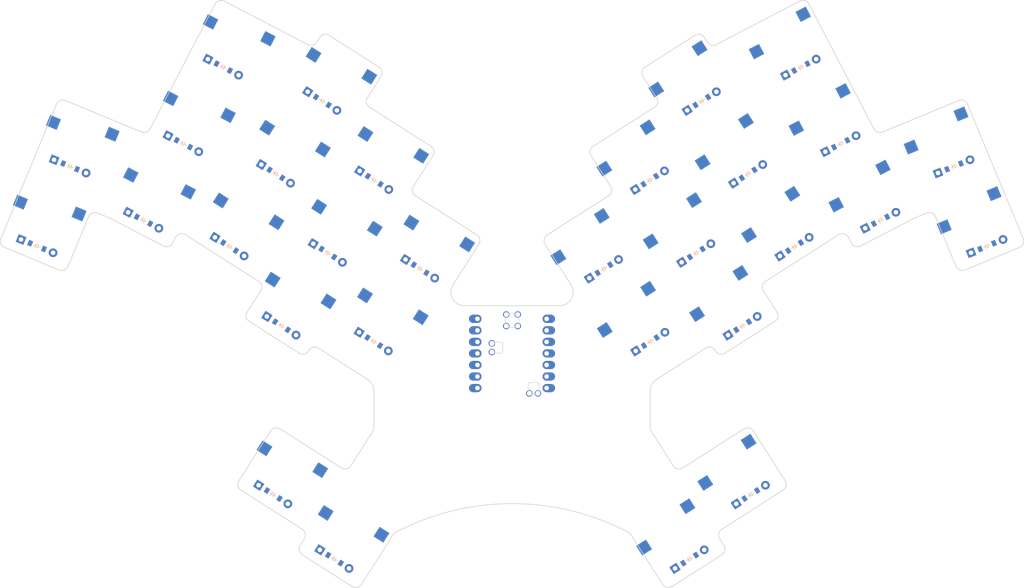
<source format=kicad_pcb>
(kicad_pcb (version 20240108) (generator "pcbnew") (generator_version "8.0")
  (layers (0 "F.Cu" signal) (31 "B.Cu" signal) (34 "B.Paste" user) (35 "F.Paste" user) (36 "B.SilkS" user "B.Silkscreen") (37 "F.SilkS" user "F.Silkscreen") (38 "B.Mask" user) (39 "F.Mask" user) (44 "Edge.Cuts" user))
  (net 0 "")
  (net 1 "P2")
  (net 2 "pinky_bottom")
  (net 3 "P0")
  (net 4 "pinky_home")
  (net 5 "P4")
  (net 6 "ring_bottom")
  (net 7 "P3")
  (net 8 "ring_home")
  (net 9 "P1")
  (net 10 "ring_top")
  (net 11 "P5")
  (net 12 "middle_bottom")
  (net 13 "middle_home")
  (net 14 "middle_top")
  (net 15 "index_bottom")
  (net 16 "index_home")
  (net 17 "index_top")
  (net 18 "inner_home")
  (net 19 "inner_top")
  (net 20 "mirror_pinky_bottom")
  (net 21 "mirror_pinky_home")
  (net 22 "mirror_ring_bottom")
  (net 23 "mirror_ring_home")
  (net 24 "mirror_ring_top")
  (net 25 "mirror_middle_bottom")
  (net 26 "mirror_middle_home")
  (net 27 "mirror_middle_top")
  (net 28 "mirror_index_bottom")
  (net 29 "mirror_index_home")
  (net 30 "mirror_index_top")
  (net 31 "mirror_inner_home")
  (net 32 "mirror_inner_top")
  (net 33 "tucky_default")
  (net 34 "reachy_default")
  (net 35 "mirror_tucky_default")
  (net 36 "mirror_reachy_default")
  (net 37 "P6")
  (net 38 "P7")
  (net 39 "P8")
  (net 40 "P10")
  (net 41 "P9")
  (net 42 "RAW5V")
  (net 43 "GND")
  (net 44 "RAW3V3")
  (net 45 "SWCLK")
  (net 46 "SWDIO")
  (net 47 "RST")
  (net 48 "BAT_POS")
  (net 49 "BAT_NEG")
  (net 50 "NFC0")
  (net 51 "NFC1")
  (footprint "ComboDiode" (layer "F.Cu") (at 179.715422 70.444091 32.5)
    (property "Reference" "D24" (hide yes))
    (property "Value" "" (hide yes))
    (pad "1" thru_hole rect (at -3.81 0.000001 32.5) (size 1.778 1.778) (drill 0.9906) (layers "*.Cu" "*.Mask") (net 41 "P9"))
    (pad "1" smd rect (at -1.65 0 32.5) (size 0.9 1.2) (layers "F.Cu" "F.Paste" "F.Mask") (net 41 "P9"))
    (pad "1" smd rect (at -1.65 0 32.5) (size 0.9 1.2) (layers "B.Cu" "B.Paste" "B.Mask") (net 41 "P9"))
    (pad "2" smd rect (at 1.65 0 32.5) (size 0.9 1.2) (layers "F.Cu" "F.Paste" "F.Mask") (net 30 "mirror_index_top"))
    (pad "2" smd rect (at 1.65 0 32.5) (size 0.9 1.2) (layers "B.Cu" "B.Paste" "B.Mask") (net 30 "mirror_index_top"))
    (pad "2" thru_hole circle (at 3.81 -0.000001 32.5) (size 1.905 1.905) (drill 0.9906) (layers "*.Cu" "*.Mask") (net 30 "mirror_index_top"))
  )
  (footprint "ComboDiode" (layer "F.Cu") (at 110.288384 153.851743 -32.5)
    (property "Reference" "D28" (hide yes))
    (property "Value" "" (hide yes))
    (pad "1" thru_hole rect (at -3.81 -0.000001 327.5) (size 1.778 1.778) (drill 0.9906) (layers "*.Cu" "*.Mask") (net 39 "P8"))
    (pad "1" smd rect (at -1.65 0 327.5) (size 0.9 1.2) (layers "F.Cu" "F.Paste" "F.Mask") (net 39 "P8"))
    (pad "1" smd rect (at -1.65 0 327.5) (size 0.9 1.2) (layers "B.Cu" "B.Paste" "B.Mask") (net 39 "P8"))
    (pad "2" smd rect (at 1.65 0 327.5) (size 0.9 1.2) (layers "F.Cu" "F.Paste" "F.Mask") (net 34 "reachy_default"))
    (pad "2" smd rect (at 1.65 0 327.5) (size 0.9 1.2) (layers "B.Cu" "B.Paste" "B.Mask") (net 34 "reachy_default"))
    (pad "2" thru_hole circle (at 3.81 0.000001 327.5) (size 1.905 1.905) (drill 0.9906) (layers "*.Cu" "*.Mask") (net 34 "reachy_default"))
  )
  (footprint "MX" (layer "F.Cu") (at 110.30055 48.807444 -32.5)
    (property "Reference" "S8" (hide yes))
    (property "Value" "" (hide yes))
    (pad "" np_thru_hole circle (at -5.08 0) (size 1.7018 1.7018) (drill 1.7018) (layers "*.Cu" "*.Mask"))
    (pad "" np_thru_hole circle (at -3.81 -2.54) (size 3 3) (drill 3) (layers "*.Cu" "*.Mask"))
    (pad "" np_thru_hole circle (at 0 0) (size 3.9878 3.9878) (drill 3.9878) (layers "*.Cu" "*.Mask"))
    (pad "" np_thru_hole circle (at 2.54 -5.08) (size 3 3) (drill 3) (layers "*.Cu" "*.Mask"))
    (pad "" np_thru_hole circle (at 5.08 0) (size 1.7018 1.7018) (drill 1.7018) (layers "*.Cu" "*.Mask"))
    (pad "1" smd rect (at -7.085 -2.54 327.5) (size 2.55 2.5) (layers "B.Cu" "B.Paste" "B.Mask") (net 3 "P0"))
    (pad "2" smd rect (at 5.842 -5.08 327.5) (size 2.55 2.5) (layers "B.Cu" "B.Paste" "B.Mask") (net 14 "middle_top"))
  )
  (footprint "MX" (layer "F.Cu") (at 70.573539 74.829382 -27.5)
    (property "Reference" "S3" (hide yes))
    (property "Value" "" (hide yes))
    (pad "" np_thru_hole circle (at -5.08 0) (size 1.7018 1.7018) (drill 1.7018) (layers "*.Cu" "*.Mask"))
    (pad "" np_thru_hole circle (at -3.81 -2.54) (size 3 3) (drill 3) (layers "*.Cu" "*.Mask"))
    (pad "" np_thru_hole circle (at 0 0) (size 3.9878 3.9878) (drill 3.9878) (layers "*.Cu" "*.Mask"))
    (pad "" np_thru_hole circle (at 2.539999 -5.08) (size 3 3) (drill 3) (layers "*.Cu" "*.Mask"))
    (pad "" np_thru_hole circle (at 5.08 0) (size 1.7018 1.7018) (drill 1.7018) (layers "*.Cu" "*.Mask"))
    (pad "1" smd rect (at -7.085 -2.54 332.5) (size 2.55 2.5) (layers "B.Cu" "B.Paste" "B.Mask") (net 5 "P4"))
    (pad "2" smd rect (at 5.842 -5.08 332.5) (size 2.55 2.5) (layers "B.Cu" "B.Paste" "B.Mask") (net 6 "ring_bottom"))
  )
  (footprint "MX" (layer "F.Cu") (at 100.091857 64.831882 -32.5)
    (property "Reference" "S7" (hide yes))
    (property "Value" "" (hide yes))
    (pad "" np_thru_hole circle (at -5.08 0) (size 1.7018 1.7018) (drill 1.7018) (layers "*.Cu" "*.Mask"))
    (pad "" np_thru_hole circle (at -3.81 -2.54) (size 3 3) (drill 3) (layers "*.Cu" "*.Mask"))
    (pad "" np_thru_hole circle (at 0 0) (size 3.9878 3.9878) (drill 3.9878) (layers "*.Cu" "*.Mask"))
    (pad "" np_thru_hole circle (at 2.54 -5.08) (size 3 3) (drill 3) (layers "*.Cu" "*.Mask"))
    (pad "" np_thru_hole circle (at 5.08 0) (size 1.7018 1.7018) (drill 1.7018) (layers "*.Cu" "*.Mask"))
    (pad "1" smd rect (at -7.085 -2.54 327.5) (size 2.55 2.5) (layers "B.Cu" "B.Paste" "B.Mask") (net 1 "P2"))
    (pad "2" smd rect (at 5.842 -5.08 327.5) (size 2.55 2.5) (layers "B.Cu" "B.Paste" "B.Mask") (net 13 "middle_home"))
  )
  (footprint "ComboDiode" (layer "F.Cu") (at 96.81612 139.636941 -32.5)
    (property "Reference" "D27" (hide yes))
    (property "Value" "" (hide yes))
    (pad "1" thru_hole rect (at -3.81 -0.000001 327.5) (size 1.778 1.778) (drill 0.9906) (layers "*.Cu" "*.Mask") (net 38 "P7"))
    (pad "1" smd rect (at -1.65 0 327.5) (size 0.9 1.2) (layers "F.Cu" "F.Paste" "F.Mask") (net 38 "P7"))
    (pad "1" smd rect (at -1.65 0 327.5) (size 0.9 1.2) (layers "B.Cu" "B.Paste" "B.Mask") (net 38 "P7"))
    (pad "2" smd rect (at 1.65 0 327.5) (size 0.9 1.2) (layers "F.Cu" "F.Paste" "F.Mask") (net 33 "tucky_default"))
    (pad "2" smd rect (at 1.65 0 327.5) (size 0.9 1.2) (layers "B.Cu" "B.Paste" "B.Mask") (net 33 "tucky_default"))
    (pad "2" thru_hole circle (at 3.81 0.000001 327.5) (size 1.905 1.905) (drill 0.9906) (layers "*.Cu" "*.Mask") (net 33 "tucky_default"))
  )
  (footprint "MX" (layer "F.Cu") (at 177.028924 66.227134 32.5)
    (property "Reference" "S24" (hide yes))
    (property "Value" "" (hide yes))
    (pad "" np_thru_hole circle (at -5.08 0) (size 1.7018 1.7018) (drill 1.7018) (layers "*.Cu" "*.Mask"))
    (pad "" np_thru_hole circle (at -3.81 -2.54) (size 3 3) (drill 3) (layers "*.Cu" "*.Mask"))
    (pad "" np_thru_hole circle (at 0 0) (size 3.9878 3.9878) (drill 3.9878) (layers "*.Cu" "*.Mask"))
    (pad "" np_thru_hole circle (at 2.54 -5.080001) (size 3 3) (drill 3) (layers "*.Cu" "*.Mask"))
    (pad "" np_thru_hole circle (at 5.08 0) (size 1.7018 1.7018) (drill 1.7018) (layers "*.Cu" "*.Mask"))
    (pad "1" smd rect (at -7.084999 -2.54 32.5) (size 2.55 2.5) (layers "B.Cu" "B.Paste" "B.Mask") (net 3 "P0"))
    (pad "2" smd rect (at 5.842 -5.08 32.5) (size 2.55 2.5) (layers "B.Cu" "B.Paste" "B.Mask") (net 30 "mirror_index_top"))
  )
  (footprint "MX" (layer "F.Cu") (at 187.237617 82.251571 32.5)
    (property "Reference" "S23" (hide yes))
    (property "Value" "" (hide yes))
    (pad "" np_thru_hole circle (at -5.08 0) (size 1.7018 1.7018) (drill 1.7018) (layers "*.Cu" "*.Mask"))
    (pad "" np_thru_hole circle (at -3.81 -2.54) (size 3 3) (drill 3) (layers "*.Cu" "*.Mask"))
    (pad "" np_thru_hole circle (at 0 0) (size 3.9878 3.9878) (drill 3.9878) (layers "*.Cu" "*.Mask"))
    (pad "" np_thru_hole circle (at 2.54 -5.080001) (size 3 3) (drill 3) (layers "*.Cu" "*.Mask"))
    (pad "" np_thru_hole circle (at 5.08 0) (size 1.7018 1.7018) (drill 1.7018) (layers "*.Cu" "*.Mask"))
    (pad "1" smd rect (at -7.084999 -2.54 32.5) (size 2.55 2.5) (layers "B.Cu" "B.Paste" "B.Mask") (net 1 "P2"))
    (pad "2" smd rect (at 5.842 -5.08 32.5) (size 2.55 2.5) (layers "B.Cu" "B.Paste" "B.Mask") (net 29 "mirror_index_home"))
  )
  (footprint "ComboDiode" (layer "F.Cu") (at 108.835885 86.468528 -32.5)
    (property "Reference" "D10" (hide yes))
    (property "Value" "" (hide yes))
    (pad "1" thru_hole rect (at -3.81 -0.000001 327.5) (size 1.778 1.778) (drill 0.9906) (layers "*.Cu" "*.Mask") (net 38 "P7"))
    (pad "1" smd rect (at -1.65 0 327.5) (size 0.9 1.2) (layers "F.Cu" "F.Paste" "F.Mask") (net 38 "P7"))
    (pad "1" smd rect (at -1.65 0 327.5) (size 0.9 1.2) (layers "B.Cu" "B.Paste" "B.Mask") (net 38 "P7"))
    (pad "2" smd rect (at 1.65 0 327.5) (size 0.9 1.2) (layers "F.Cu" "F.Paste" "F.Mask") (net 16 "index_home"))
    (pad "2" smd rect (at 1.65 0 327.5) (size 0.9 1.2) (layers "B.Cu" "B.Paste" "B.Mask") (net 16 "index_home"))
    (pad "2" thru_hole circle (at 3.81 0.000001 327.5) (size 1.905 1.905) (drill 0.9906) (layers "*.Cu" "*.Mask") (net 16 "index_home"))
  )
  (footprint "MX" (layer "F.Cu") (at 166.925528 85.73 32.5)
    (property "Reference" "S26" (hide yes))
    (property "Value" "" (hide yes))
    (pad "" np_thru_hole circle (at -5.08 0) (size 1.7018 1.7018) (drill 1.7018) (layers "*.Cu" "*.Mask"))
    (pad "" np_thru_hole circle (at -3.81 -2.54) (size 3 3) (drill 3) (layers "*.Cu" "*.Mask"))
    (pad "" np_thru_hole circle (at 0 0) (size 3.9878 3.9878) (drill 3.9878) (layers "*.Cu" "*.Mask"))
    (pad "" np_thru_hole circle (at 2.54 -5.080001) (size 3 3) (drill 3) (layers "*.Cu" "*.Mask"))
    (pad "" np_thru_hole circle (at 5.08 0) (size 1.7018 1.7018) (drill 1.7018) (layers "*.Cu" "*.Mask"))
    (pad "1" smd rect (at -7.084999 -2.54 32.5) (size 2.55 2.5) (layers "B.Cu" "B.Paste" "B.Mask") (net 9 "P1"))
    (pad "2" smd rect (at 5.842 -5.08 32.5) (size 2.55 2.5) (layers "B.Cu" "B.Paste" "B.Mask") (net 32 "mirror_inner_top"))
  )
  (footprint "MX" (layer "F.Cu") (at 188.45945 48.807444 32.5)
    (property "Reference" "S21" (hide yes))
    (property "Value" "" (hide yes))
    (pad "" np_thru_hole circle (at -5.08 0) (size 1.7018 1.7018) (drill 1.7018) (layers "*.Cu" "*.Mask"))
    (pad "" np_thru_hole circle (at -3.81 -2.54) (size 3 3) (drill 3) (layers "*.Cu" "*.Mask"))
    (pad "" np_thru_hole circle (at 0 0) (size 3.9878 3.9878) (drill 3.9878) (layers "*.Cu" "*.Mask"))
    (pad "" np_thru_hole circle (at 2.54 -5.080001) (size 3 3) (drill 3) (layers "*.Cu" "*.Mask"))
    (pad "" np_thru_hole circle (at 5.08 0) (size 1.7018 1.7018) (drill 1.7018) (layers "*.Cu" "*.Mask"))
    (pad "1" smd rect (at -7.084999 -2.54 32.5) (size 2.55 2.5) (layers "B.Cu" "B.Paste" "B.Mask") (net 9 "P1"))
    (pad "2" smd rect (at 5.842 -5.08 32.5) (size 2.55 2.5) (layers "B.Cu" "B.Paste" "B.Mask") (net 27 "mirror_middle_top"))
  )
  (footprint "MX" (layer "F.Cu") (at 197.446309 98.276009 32.5)
    (property "Reference" "S22" (hide yes))
    (property "Value" "" (hide yes))
    (pad "" np_thru_hole circle (at -5.08 0) (size 1.7018 1.7018) (drill 1.7018) (layers "*.Cu" "*.Mask"))
    (pad "" np_thru_hole circle (at -3.81 -2.54) (size 3 3) (drill 3) (layers "*.Cu" "*.Mask"))
    (pad "" np_thru_hole circle (at 0 0) (size 3.9878 3.9878) (drill 3.9878) (layers "*.Cu" "*.Mask"))
    (pad "" np_thru_hole circle (at 2.54 -5.080001) (size 3 3) (drill 3) (layers "*.Cu" "*.Mask"))
    (pad "" np_thru_hole circle (at 5.08 0) (size 1.7018 1.7018) (drill 1.7018) (layers "*.Cu" "*.Mask"))
    (pad "1" smd rect (at -7.084999 -2.54 32.5) (size 2.55 2.5) (layers "B.Cu" "B.Paste" "B.Mask") (net 11 "P5"))
    (pad "2" smd rect (at 5.842 -5.08 32.5) (size 2.55 2.5) (layers "B.Cu" "B.Paste" "B.Mask") (net 28 "mirror_index_bottom"))
  )
  (footprint "ComboDiode" (layer "F.Cu") (at 230.495204 79.264436 27.5)
    (property "Reference" "D16" (hide yes))
    (property "Value" "" (hide yes))
    (pad "1" thru_hole rect (at -3.81 0 27.5) (size 1.778 1.778) (drill 0.9906) (layers "*.Cu" "*.Mask") (net 41 "P9"))
    (pad "1" smd rect (at -1.65 0 27.5) (size 0.9 1.2) (layers "F.Cu" "F.Paste" "F.Mask") (net 41 "P9"))
    (pad "1" smd rect (at -1.65 0 27.5) (size 0.9 1.2) (layers "B.Cu" "B.Paste" "B.Mask") (net 41 "P9"))
    (pad "2" smd rect (at 1.65 0 27.5) (size 0.9 1.2) (layers "F.Cu" "F.Paste" "F.Mask") (net 22 "mirror_ring_bottom"))
    (pad "2" smd rect (at 1.65 0 27.5) (size 0.9 1.2) (layers "B.Cu" "B.Paste" "B.Mask") (net 22 "mirror_ring_bottom"))
    (pad "2" thru_hole circle (at 3.81 0 27.5) (size 1.905 1.905) (drill 0.9906) (layers "*.Cu" "*.Mask") (net 22 "mirror_ring_bottom"))
  )
  (footprint "ComboDiode" (layer "F.Cu") (at 253.93306 84.9578 22.5)
    (property "Reference" "D14" (hide yes))
    (property "Value" "" (hide yes))
    (pad "1" thru_hole rect (at -3.81 0 22.5) (size 1.778 1.778) (drill 0.9906) (layers "*.Cu" "*.Mask") (net 40 "P10"))
    (pad "1" smd rect (at -1.65 0 22.5) (size 0.9 1.2) (layers "F.Cu" "F.Paste" "F.Mask") (net 40 "P10"))
    (pad "1" smd rect (at -1.65 0 22.5) (size 0.9 1.2) (layers "B.Cu" "B.Paste" "B.Mask") (net 40 "P10"))
    (pad "2" smd rect (at 1.65 0 22.5) (size 0.9 1.2) (layers "F.Cu" "F.Paste" "F.Mask") (net 20 "mirror_pinky_bottom"))
    (pad "2" smd rect (at 1.65 0 22.5) (size 0.9 1.2) (layers "B.Cu" "B.Paste" "B.Mask") (net 20 "mirror_pinky_bottom"))
    (pad "2" thru_hole circle (at 3.81 0 22.5) (size 1.905 1.905) (drill 0.9906) (layers "*.Cu" "*.Mask") (net 20 "mirror_pinky_bottom"))
  )
  (footprint "MX" (layer "F.Cu") (at 199.257382 135.419984 32.5)
    (property "Reference" "S29" (hide yes))
    (property "Value" "" (hide yes))
    (pad "" np_thru_hole circle (at -5.08 0) (size 1.7018 1.7018) (drill 1.7018) (layers "*.Cu" "*.Mask"))
    (pad "" np_thru_hole circle (at -3.81 -2.54) (size 3 3) (drill 3) (layers "*.Cu" "*.Mask"))
    (pad "" np_thru_hole circle (at 0 0) (size 3.9878 3.9878) (drill 3.9878) (layers "*.Cu" "*.Mask"))
    (pad "" np_thru_hole circle (at 2.54 -5.080001) (size 3 3) (drill 3) (layers "*.Cu" "*.Mask"))
    (pad "" np_thru_hole circle (at 5.08 0) (size 1.7018 1.7018) (drill 1.7018) (layers "*.Cu" "*.Mask"))
    (pad "1" smd rect (at -7.084999 -2.54 32.5) (size 2.55 2.5) (layers "B.Cu" "B.Paste" "B.Mask") (net 5 "P4"))
    (pad "2" smd rect (at 5.842 -5.08 32.5) (size 2.55 2.5) (layers "B.Cu" "B.Paste" "B.Mask") (net 35 "mirror_tucky_default"))
  )
  (footprint "MX" (layer "F.Cu") (at 111.522383 82.251571 -32.5)
    (property "Reference" "S10" (hide yes))
    (property "Value" "" (hide yes))
    (pad "" np_thru_hole circle (at -5.08 0) (size 1.7018 1.7018) (drill 1.7018) (layers "*.Cu" "*.Mask"))
    (pad "" np_thru_hole circle (at -3.81 -2.54) (size 3 3) (drill 3) (layers "*.Cu" "*.Mask"))
    (pad "" np_thru_hole circle (at 0 0) (size 3.9878 3.9878) (drill 3.9878) (layers "*.Cu" "*.Mask"))
    (pad "" np_thru_hole circle (at 2.54 -5.08) (size 3 3) (drill 3) (layers "*.Cu" "*.Mask"))
    (pad "" np_thru_hole circle (at 5.08 0) (size 1.7018 1.7018) (drill 1.7018) (layers "*.Cu" "*.Mask"))
    (pad "1" smd rect (at -7.085 -2.54 327.5) (size 2.55 2.5) (layers "B.Cu" "B.Paste" "B.Mask") (net 7 "P3"))
    (pad "2" smd rect (at 5.842 -5.08 327.5) (size 2.55 2.5) (layers "B.Cu" "B.Paste" "B.Mask") (net 16 "index_home"))
  )
  (footprint "MX" (layer "F.Cu") (at 121.625779 101.754438 -32.5)
    (property "Reference" "S12" (hide yes))
    (property "Value" "" (hide yes))
    (pad "" np_thru_hole circle (at -5.08 0) (size 1.7018 1.7018) (drill 1.7018) (layers "*.Cu" "*.Mask"))
    (pad "" np_thru_hole circle (at -3.81 -2.54) (size 3 3) (drill 3) (layers "*.Cu" "*.Mask"))
    (pad "" np_thru_hole circle (at 0 0) (size 3.9878 3.9878) (drill 3.9878) (layers "*.Cu" "*.Mask"))
    (pad "" np_thru_hole circle (at 2.54 -5.08) (size 3 3) (drill 3) (layers "*.Cu" "*.Mask"))
    (pad "" np_thru_hole circle (at 5.08 0) (size 1.7018 1.7018) (drill 1.7018) (layers "*.Cu" "*.Mask"))
    (pad "1" smd rect (at -7.085 -2.54 327.5) (size 2.55 2.5) (layers "B.Cu" "B.Paste" "B.Mask") (net 1 "P2"))
    (pad "2" smd rect (at 5.842 -5.08 327.5) (size 2.55 2.5) (layers "B.Cu" "B.Paste" "B.Mask") (net 18 "inner_home"))
  )
  (footprint "ComboDiode" (layer "F.Cu") (at 107.614052 53.024402 -32.5)
    (property "Reference" "D8" (hide yes))
    (property "Value" "" (hide yes))
    (pad "1" thru_hole rect (at -3.81 -0.000001 327.5) (size 1.778 1.778) (drill 0.9906) (layers "*.Cu" "*.Mask") (net 38 "P7"))
    (pad "1" smd rect (at -1.65 0 327.5) (size 0.9 1.2) (layers "F.Cu" "F.Paste" "F.Mask") (net 38 "P7"))
    (pad "1" smd rect (at -1.65 0 327.5) (size 0.9 1.2) (layers "B.Cu" "B.Paste" "B.Mask") (net 38 "P7"))
    (pad "2" smd rect (at 1.65 0 327.5) (size 0.9 1.2) (layers "F.Cu" "F.Paste" "F.Mask") (net 14 "middle_top"))
    (pad "2" smd rect (at 1.65 0 327.5) (size 0.9 1.2) (layers "B.Cu" "B.Paste" "B.Mask") (net 14 "middle_top"))
    (pad "2" thru_hole circle (at 3.81 0.000001 327.5) (size 1.905 1.905) (drill 0.9906) (layers "*.Cu" "*.Mask") (net 14 "middle_top"))
  )
  (footprint "ComboDiode" (layer "F.Cu") (at 191.145948 53.024402 32.5)
    (property "Reference" "D21" (hide yes))
    (property "Value" "" (hide yes))
    (pad "1" thru_hole rect (at -3.81 0.000001 32.5) (size 1.778 1.778) (drill 0.9906) (layers "*.Cu" "*.Mask") (net 41 "P9"))
    (pad "1" smd rect (at -1.65 0 32.5) (size 0.9 1.2) (layers "F.Cu" "F.Paste" "F.Mask") (net 41 "P9"))
    (pad "1" smd rect (at -1.65 0 32.5) (size 0.9 1.2) (layers "B.Cu" "B.Paste" "B.Mask") (net 41 "P9"))
    (pad "2" smd rect (at 1.65 0 32.5) (size 0.9 1.2) (layers "F.Cu" "F.Paste" "F.Mask") (net 27 "mirror_middle_top"))
    (pad "2" smd rect (at 1.65 0 32.5) (size 0.9 1.2) (layers "B.Cu" "B.Paste" "B.Mask") (net 27 "mirror_middle_top"))
    (pad "2" thru_hole circle (at 3.81 -0.000001 32.5) (size 1.905 1.905) (drill 0.9906) (layers "*.Cu" "*.Mask") (net 27 "mirror_middle_top"))
  )
  (footprint "MX" (layer "F.Cu") (at 131.834472 85.73 -32.5)
    (property "Reference" "S13" (hide yes))
    (property "Value" "" (hide yes))
    (pad "" np_thru_hole circle (at -5.08 0) (size 1.7018 1.7018) (drill 1.7018) (layers "*.Cu" "*.Mask"))
    (pad "" np_thru_hole circle (at -3.81 -2.54) (size 3 3) (drill 3) (layers "*.Cu" "*.Mask"))
    (pad "" np_thru_hole circle (at 0 0) (size 3.9878 3.9878) (drill 3.9878) (layers "*.Cu" "*.Mask"))
    (pad "" np_thru_hole circle (at 2.54 -5.08) (size 3 3) (drill 3) (layers "*.Cu" "*.Mask"))
    (pad "" np_thru_hole circle (at 5.08 0) (size 1.7018 1.7018) (drill 1.7018) (layers "*.Cu" "*.Mask"))
    (pad "1" smd rect (at -7.085 -2.54 327.5) (size 2.55 2.5) (layers "B.Cu" "B.Paste" "B.Mask") (net 3 "P0"))
    (pad "2" smd rect (at 5.842 -5.08 327.5) (size 2.55 2.5) (layers "B.Cu" "B.Paste" "B.Mask") (net 19 "inner_top"))
  )
  (footprint "MX" (layer "F.Cu") (at 208.876835 80.856319 32.5)
    (property "Reference" "S19" (hide yes))
    (property "Value" "" (hide yes))
    (pad "" np_thru_hole circle (at -5.08 0) (size 1.7018 1.7018) (drill 1.7018) (layers "*.Cu" "*.Mask"))
    (pad "" np_thru_hole circle (at -3.81 -2.54) (size 3 3) (drill 3) (layers "*.Cu" "*.Mask"))
    (pad "" np_thru_hole circle (at 0 0) (size 3.9878 3.9878) (drill 3.9878) (layers "*.Cu" "*.Mask"))
    (pad "" np_thru_hole circle (at 2.54 -5.080001) (size 3 3) (drill 3) (layers "*.Cu" "*.Mask"))
    (pad "" np_thru_hole circle (at 5.08 0) (size 1.7018 1.7018) (drill 1.7018) (layers "*.Cu" "*.Mask"))
    (pad "1" smd rect (at -7.084999 -2.54 32.5) (size 2.55 2.5) (layers "B.Cu" "B.Paste" "B.Mask") (net 5 "P4"))
    (pad "2" smd rect (at 5.842 -5.08 32.5) (size 2.55 2.5) (layers "B.Cu" "B.Paste" "B.Mask") (net 25 "mirror_middle_bottom"))
  )
  (footprint "MX" (layer "F.Cu") (at 46.740357 80.338402 -22.5)
    (property "Reference" "S1" (hide yes))
    (property "Value" "" (hide yes))
    (pad "" np_thru_hole circle (at -5.08 0) (size 1.7018 1.7018) (drill 1.7018) (layers "*.Cu" "*.Mask"))
    (pad "" np_thru_hole circle (at -3.81 -2.54) (size 3 3) (drill 3) (layers "*.Cu" "*.Mask"))
    (pad "" np_thru_hole circle (at 0 0) (size 3.9878 3.9878) (drill 3.9878) (layers "*.Cu" "*.Mask"))
    (pad "" np_thru_hole circle (at 2.54 -5.08) (size 3 3) (drill 3) (layers "*.Cu" "*.Mask"))
    (pad "" np_thru_hole circle (at 5.08 0) (size 1.7018 1.7018) (drill 1.7018) (layers "*.Cu" "*.Mask"))
    (pad "1" smd rect (at -7.085 -2.54 337.5) (size 2.55 2.5) (layers "B.Cu" "B.Paste" "B.Mask") (net 1 "P2"))
    (pad "2" smd rect (at 5.842 -5.08 337.5) (size 2.55 2.5) (layers "B.Cu" "B.Paste" "B.Mask") (net 2 "pinky_bottom"))
  )
  (footprint "ComboDiode" (layer "F.Cu") (at 201.354641 69.048839 32.5)
    (property "Reference" "D20" (hide yes))
    (property "Value" "" (hide yes))
    (pad "1" thru_hole rect (at -3.81 0.000001 32.5) (size 1.778 1.778) (drill 0.9906) (layers "*.Cu" "*.Mask") (net 41 "P9"))
    (pad "1" smd rect (at -1.65 0 32.5) (size 0.9 1.2) (layers "F.Cu" "F.Paste" "F.Mask") (net 41 "P9"))
    (pad "1" smd rect (at -1.65 0 32.5) (size 0.9 1.2) (layers "B.Cu" "B.Paste" "B.Mask") (net 41 "P9"))
    (pad "2" smd rect (at 1.65 0 32.5) (size 0.9 1.2) (layers "F.Cu" "F.Paste" "F.Mask") (net 26 "mirror_middle_home"))
    (pad "2" smd rect (at 1.65 0 32.5) (size 0.9 1.2) (layers "B.Cu" "B.Paste" "B.Mask") (net 26 "mirror_middle_home"))
    (pad "2" thru_hole circle (at 3.81 -0.000001 32.5) (size 1.905 1.905) (drill 0.9906) (layers "*.Cu" "*.Mask") (net 26 "mirror_middle_home"))
  )
  (footprint "ComboDiode" (layer "F.Cu") (at 221.721981 62.41123 27.5)
    (property "Reference" "D17" (hide yes))
    (property "Value" "" (hide yes))
    (pad "1" thru_hole rect (at -3.81 0 27.5) (size 1.778 1.778) (drill 0.9906) (layers "*.Cu" "*.Mask") (net 40 "P10"))
    (pad "1" smd rect (at -1.65 0 27.5) (size 0.9 1.2) (layers "F.Cu" "F.Paste" "F.Mask") (net 40 "P10"))
    (pad "1" smd rect (at -1.65 0 27.5) (size 0.9 1.2) (layers "B.Cu" "B.Paste" "B.Mask") (net 40 "P10"))
    (pad "2" smd rect (at 1.65 0 27.5) (size 0.9 1.2) (layers "F.Cu" "F.Paste" "F.Mask") (net 23 "mirror_ring_home"))
    (pad "2" smd rect (at 1.65 0 27.5) (size 0.9 1.2) (layers "B.Cu" "B.Paste" "B.Mask") (net 23 "mirror_ring_home"))
    (pad "2" thru_hole circle (at 3.81 0 27.5) (size 1.905 1.905) (drill 0.9906) (layers "*.Cu" "*.Mask") (net 23 "mirror_ring_home"))
  )
  (footprint "MX" (layer "F.Cu") (at 121.731076 66.227134 -32.5)
    (property "Reference" "S11" (hide yes))
    (property "Value" "" (hide yes))
    (pad "" np_thru_hole circle (at -5.08 0) (size 1.7018 1.7018) (drill 1.7018) (layers "*.Cu" "*.Mask"))
    (pad "" np_thru_hole circle (at -3.81 -2.54) (size 3 3) (drill 3) (layers "*.Cu" "*.Mask"))
    (pad "" np_thru_hole circle (at 0 0) (size 3.9878 3.9878) (drill 3.9878) (layers "*.Cu" "*.Mask"))
    (pad "" np_thru_hole circle (at 2.54 -5.08) (size 3 3) (drill 3) (layers "*.Cu" "*.Mask"))
    (pad "" np_thru_hole circle (at 5.08 0) (size 1.7018 1.7018) (drill 1.7018) (layers "*.Cu" "*.Mask"))
    (pad "1" smd rect (at -7.085 -2.54 327.5) (size 2.55 2.5) (layers "B.Cu" "B.Paste" "B.Mask") (net 9 "P1"))
    (pad "2" smd rect (at 5.842 -5.08 327.5) (size 2.55 2.5) (layers "B.Cu" "B.Paste" "B.Mask") (net 17 "index_top"))
  )
  (footprint "MX" (layer "F.Cu") (at 89.883165 80.856319 -32.5)
    (property "Reference" "S6" (hide yes))
    (property "Value" "" (hide yes))
    (pad "" np_thru_hole circle (at -5.08 0) (size 1.7018 1.7018) (drill 1.7018) (layers "*.Cu" "*.Mask"))
    (pad "" np_thru_hole circle (at -3.81 -2.54) (size 3 3) (drill 3) (layers "*.Cu" "*.Mask"))
    (pad "" np_thru_hole circle (at 0 0) (size 3.9878 3.9878) (drill 3.9878) (layers "*.Cu" "*.Mask"))
    (pad "" np_thru_hole circle (at 2.54 -5.08) (size 3 3) (drill 3) (layers "*.Cu" "*.Mask"))
    (pad "" np_thru_hole circle (at 5.08 0) (size 1.7018 1.7018) (drill 1.7018) (layers "*.Cu" "*.Mask"))
    (pad "1" smd rect (at -7.085 -2.54 327.5) (size 2.55 2.5) (layers "B.Cu" "B.Paste" "B.Mask") (net 11 "P5"))
    (pad "2" smd rect (at 5.842 -5.08 327.5) (size 2.55 2.5) (layers "B.Cu" "B.Paste" "B.Mask") (net 12 "middle_bottom"))
  )
  (footprint "ComboDiode" (layer "F.Cu") (at 189.924115 86.468528 32.5)
    (property "Reference" "D23" (hide yes))
    (property "Value" "" (hide yes))
    (pad "1" thru_hole rect (at -3.81 0.000001 32.5) (size 1.778 1.778) (drill 0.9906) (layers "*.Cu" "*.Mask") (net 41 "P9"))
    (pad "1" smd rect (at -1.65 0 32.5) (size 0.9 1.2) (layers "F.Cu" "F.Paste" "F.Mask") (net 41 "P9"))
    (pad "1" smd rect (at -1.65 0 32.5) (size 0.9 1.2) (layers "B.Cu" "B.Paste" "B.Mask") (net 41 "P9"))
    (pad "2" smd rect (at 1.65 0 32.5) (size 0.9 1.2) (layers "F.Cu" "F.Paste" "F.Mask") (net 29 "mirror_index_home"))
    (pad "2" smd rect (at 1.65 0 32.5) (size 0.9 1.2) (layers "B.Cu" "B.Paste" "B.Mask") (net 29 "mirror_index_home"))
    (pad "2" thru_hole circle (at 3.81 -0.000001 32.5) (size 1.905 1.905) (drill 0.9906) (layers "*.Cu" "*.Mask") (net 29 "mirror_index_home"))
  )
  (footprint "MX" (layer "F.Cu") (at 177.134221 101.754438 32.5)
    (property "Reference" "S25" (hide yes))
    (property "Value" "" (hide yes))
    (pad "" np_thru_hole circle (at -5.08 0) (size 1.7018 1.7018) (drill 1.7018) (layers "*.Cu" "*.Mask"))
    (pad "" np_thru_hole circle (at -3.81 -2.54) (size 3 3) (drill 3) (layers "*.Cu" "*.Mask"))
    (pad "" np_thru_hole circle (at 0 0) (size 3.9878 3.9878) (drill 3.9878) (layers "*.Cu" "*.Mask"))
    (pad "" np_thru_hole circle (at 2.54 -5.080001) (size 3 3) (drill 3) (layers "*.Cu" "*.Mask"))
    (pad "" np_thru_hole circle (at 5.08 0) (size 1.7018 1.7018) (drill 1.7018) (layers "*.Cu" "*.Mask"))
    (pad "1" smd rect (at -7.084999 -2.54 32.5) (size 2.55 2.5) (layers "B.Cu" "B.Paste" "B.Mask") (net 7 "P3"))
    (pad "2" smd rect (at 5.842 -5.08 32.5) (size 2.55 2.5) (layers "B.Cu" "B.Paste" "B.Mask") (net 31 "mirror_inner_home"))
  )
  (footprint "ComboDiode" (layer "F.Cu") (at 97.405359 69.048839 -32.5)
    (property "Reference" "D7" (hide yes))
    (property "Value" "" (hide yes))
    (pad "1" thru_hole rect (at -3.81 -0.000001 327.5) (size 1.778 1.778) (drill 0.9906) (layers "*.Cu" "*.Mask") (net 38 "P7"))
    (pad "1" smd rect (at -1.65 0 327.5) (size 0.9 1.2) (layers "F.Cu" "F.Paste" "F.Mask") (net 38 "P7"))
    (pad "1" smd rect (at -1.65 0 327.5) (size 0.9 1.2) (layers "B.Cu" "B.Paste" "B.Mask") (net 38 "P7"))
    (pad "2" smd rect (at 1.65 0 327.5) (size 0.9 1.2) (layers "F.Cu" "F.Paste" "F.Mask") (net 13 "middle_home"))
    (pad "2" smd rect (at 1.65 0 327.5) (size 0.9 1.2) (layers "B.Cu" "B.Paste" "B.Mask") (net 13 "middle_home"))
    (pad "2" thru_hole circle (at 3.81 0.000001 327.5) (size 1.905 1.905) (drill 0.9906) (layers "*.Cu" "*.Mask") (net 13 "middle_home"))
  )
  (footprint "MX" (layer "F.Cu") (at 88.119986 41.12297 -27.5)
    (property "Reference" "S5" (hide yes))
    (property "Value" "" (hide yes))
    (pad "" np_thru_hole circle (at -5.08 0) (size 1.7018 1.7018) (drill 1.7018) (layers "*.Cu" "*.Mask"))
    (pad "" np_thru_hole circle (at -3.81 -2.54) (size 3 3) (drill 3) (layers "*.Cu" "*.Mask"))
    (pad "" np_thru_hole circle (at 0 0) (size 3.9878 3.9878) (drill 3.9878) (layers "*.Cu" "*.Mask"))
    (pad "" np_thru_hole circle (at 2.539999 -5.08) (size 3 3) (drill 3) (layers "*.Cu" "*.Mask"))
    (pad "" np_thru_hole circle (at 5.08 0) (size 1.7018 1.7018) (drill 1.7018) (layers "*.Cu" "*.Mask"))
    (pad "1" smd rect (at -7.085 -2.54 332.5) (size 2.55 2.5) (layers "B.Cu" "B.Paste" "B.Mask") (net 9 "P1"))
    (pad "2" smd rect (at 5.842 -5.08 332.5) (size 2.55 2.5) (layers "B.Cu" "B.Paste" "B.Mask") (net 10 "ring_top"))
  )
  (footprint "MX" (layer "F.Cu") (at 79.346762 57.976176 -27.5)
    (property "Reference" "S4" (hide yes))
    (property "Value" "" (hide yes))
    (pad "" np_thru_hole circle (at -5.08 0) (size 1.7018 1.7018) (drill 1.7018) (layers "*.Cu" "*.Mask"))
    (pad "" np_thru_hole circle (at -3.81 -2.54) (size 3 3) (drill 3) (layers "*.Cu" "*.Mask"))
    (pad "" np_thru_hole circle (at 0 0) (size 3.9878 3.9878) (drill 3.9878) (layers "*.Cu" "*.Mask"))
    (pad "" np_thru_hole circle (at 2.539999 -5.08) (size 3 3) (drill 3) (layers "*.Cu" "*.Mask"))
    (pad "" np_thru_hole circle (at 5.08 0) (size 1.7018 1.7018) (drill 1.7018) (layers "*.Cu" "*.Mask"))
    (pad "1" smd rect (at -7.085 -2.54 332.5) (size 2.55 2.5) (layers "B.Cu" "B.Paste" "B.Mask") (net 7 "P3"))
    (pad "2" smd rect (at 5.842 -5.08 332.5) (size 2.55 2.5) (layers "B.Cu" "B.Paste" "B.Mask") (net 8 "ring_home"))
  )
  (footprint "MX" (layer "F.Cu") (at 252.019643 80.338402 22.5)
    (property "Reference" "S14" (hide yes))
    (property "Value" "" (hide yes))
    (pad "" np_thru_hole circle (at -5.08 0) (size 1.7018 1.7018) (drill 1.7018) (layers "*.Cu" "*.Mask"))
    (pad "" np_thru_hole circle (at -3.81 -2.54) (size 3 3) (drill 3) (layers "*.Cu" "*.Mask"))
    (pad "" np_thru_hole circle (at 0 0) (size 3.9878 3.9878) (drill 3.9878) (layers "*.Cu" "*.Mask"))
    (pad "" np_thru_hole circle (at 2.54 -5.08) (size 3 3) (drill 3) (layers "*.Cu" "*.Mask"))
    (pad "" np_thru_hole circle (at 5.08 0) (size 1.7018 1.7018) (drill 1.7018) (layers "*.Cu" "*.Mask"))
    (pad "1" smd rect (at -7.085 -2.54 22.5) (size 2.55 2.5) (layers "B.Cu" "B.Paste" "B.Mask") (net 7 "P3"))
    (pad "2" smd rect (at 5.842 -5.08 22.5) (size 2.55 2.5) (layers "B.Cu" "B.Paste" "B.Mask") (net 20 "mirror_pinky_bottom"))
  )
  (footprint "ComboDiode" (layer "F.Cu") (at 52.097925 67.404089 -22.5)
    (property "Reference" "D2" (hide yes))
    (property "Value" "" (hide yes))
    (pad "1" thru_hole rect (at -3.81 0 337.5) (size 1.778 1.778) (drill 0.9906) (layers "*.Cu" "*.Mask") (net 37 "P6"))
    (pad "1" smd rect (at -1.65 0 337.5) (size 0.9 1.2) (layers "F.Cu" "F.Paste" "F.Mask") (net 37 "P6"))
    (pad "1" smd rect (at -1.65 0 337.5) (size 0.9 1.2) (layers "B.Cu" "B.Paste" "B.Mask") (net 37 "P6"))
    (pad "2" smd rect (at 1.65 0 337.5) (size 0.9 1.2) (layers "F.Cu" "F.Paste" "F.Mask") (net 4 "pinky_home"))
    (pad "2" smd rect (at 1.65 0 337.5) (size 0.9 1.2) (layers "B.Cu" "B.Paste" "B.Mask") (net 4 "pinky_home"))
    (pad "2" thru_hole circle (at 3.81 0 337.5) (size 1.905 1.905) (drill 0.9906) (layers "*.Cu" "*.Mask") (net 4 "pinky_home"))
  )
  (footprint "ComboDiode" (layer "F.Cu") (at 129.147974 89.946957 -32.5)
    (property "Reference" "D13" (hide yes))
    (property "Value" "" (hide yes))
    (pad "1" thru_hole rect (at -3.81 -0.000001 327.5) (size 1.778 1.778) (drill 0.9906) (layers "*.Cu" "*.Mask") (net 39 "P8"))
    (pad "1" smd rect (at -1.65 0 327.5) (size 0.9 1.2) (layers "F.Cu" "F.Paste" "F.Mask") (net 39 "P8"))
    (pad "1" smd rect (at -1.65 0 327.5) (size 0.9 1.2) (layers "B.Cu" "B.Paste" "B.Mask") (net 39 "P8"))
    (pad "2" smd rect (at 1.65 0 327.5) (size 0.9 1.2) (layers "F.Cu" "F.Paste" "F.Mask") (net 19 "inner_top"))
    (pad "2" smd rect (at 1.65 0 327.5) (size 0.9 1.2) (layers "B.Cu" "B.Paste" "B.Mask") (net 19 "inner_top"))
    (pad "2" thru_hole circle (at 3.81 0.000001 327.5) (size 1.905 1.905) (drill 0.9906) (layers "*.Cu" "*.Mask") (net 19 "inner_top"))
  )
  (footprint "MX" (layer "F.Cu") (at 112.974882 149.634786 -32.5)
    (property "Reference" "S28" (hide yes))
    (property "Value" "" (hide yes))
    (pad "" np_thru_hole circle (at -5.08 0) (size 1.7018 1.7018) (drill 1.7018) (layers "*.Cu" "*.Mask"))
    (pad "" np_thru_hole circle (at -3.81 -2.54) (size 3 3) (drill 3) (layers "*.Cu" "*.Mask"))
    (pad "" np_thru_hole circle (at 0 0) (size 3.9878 3.9878) (drill 3.9878) (layers "*.Cu" "*.Mask"))
    (pad "" np_thru_hole circle (at 2.54 -5.08) (size 3 3) (drill 3) (layers "*.Cu" "*.Mask"))
    (pad "" np_thru_hole circle (at 5.08 0) (size 1.7018 1.7018) (drill 1.7018) (layers "*.Cu" "*.Mask"))
    (pad "1" smd rect (at -7.085 -2.54 327.5) (size 2.55 2.5) (layers "B.Cu" "B.Paste" "B.Mask") (net 5 "P4"))
    (pad "2" smd rect (at 5.842 -5.08 327.5) (size 2.55 2.5) (layers "B.Cu" "B.Paste" "B.Mask") (net 34 "reachy_default"))
  )
  (footprint "MX" (layer "F.Cu") (at 54.011343 62.784691 -22.5)
    (property "Reference" "S2" (hide yes))
    (property "Value" "" (hide yes))
    (pad "" np_thru_hole circle (at -5.08 0) (size 1.7018 1.7018) (drill 1.7018) (layers "*.Cu" "*.Mask"))
    (pad "" np_thru_hole circle (at -3.81 -2.54) (size 3 3) (drill 3) (layers "*.Cu" "*.Mask"))
    (pad "" np_thru_hole circle (at 0 0) (size 3.9878 3.9878) (drill 3.9878) (layers "*.Cu" "*.Mask"))
    (pad "" np_thru_hole circle (at 2.54 -5.08) (size 3 3) (drill 3) (layers "*.Cu" "*.Mask"))
    (pad "" np_thru_hole circle (at 5.08 0) (size 1.7018 1.7018) (drill 1.7018) (layers "*.Cu" "*.Mask"))
    (pad "1" smd rect (at -7.085 -2.54 337.5) (size 2.55 2.5) (layers "B.Cu" "B.Paste" "B.Mask") (net 3 "P0"))
    (pad "2" smd rect (at 5.842 -5.08 337.5) (size 2.55 2.5) (layers "B.Cu" "B.Paste" "B.Mask") (net 4 "pinky_home"))
  )
  (footprint "ComboDiode" (layer "F.Cu") (at 85.811243 45.558025 -27.5)
    (property "Reference" "D5" (hide yes))
    (property "Value" "" (hide yes))
    (pad "1" thru_hole rect (at -3.81 0 332.5) (size 1.778 1.778) (drill 0.9906) (layers "*.Cu" "*.Mask") (net 37 "P6"))
    (pad "1" smd rect (at -1.65 0 332.5) (size 0.9 1.2) (layers "F.Cu" "F.Paste" "F.Mask") (net 37 "P6"))
    (pad "1" smd rect (at -1.65 0 332.5) (size 0.9 1.2) (layers "B.Cu" "B.Paste" "B.Mask") (net 37 "P6"))
    (pad "2" smd rect (at 1.65 0 332.5) (size 0.9 1.2) (layers "F.Cu" "F.Paste" "F.Mask") (net 10 "ring_top"))
    (pad "2" smd rect (at 1.65 0 332.5) (size 0.9 1.2) (layers "B.Cu" "B.Paste" "B.Mask") (net 10 "ring_top"))
    (pad "2" thru_hole circle (at 3.81 0 332.5) (size 1.905 1.905) (drill 0.9906) (layers "*.Cu" "*.Mask") (net 10 "ring_top"))
  )
  (footprint "MX" (layer "F.Cu") (at 210.640014 41.12297 27.5)
    (property "Reference" "S18" (hide yes))
    (property "Value" "" (hide yes))
    (pad "" np_thru_hole circle (at -5.08 0) (size 1.7018 1.7018) (drill 1.7018) (layers "*.Cu" "*.Mask"))
    (pad "" np_thru_hole circle (at -3.81 -2.54) (size 3 3) (drill 3) (layers "*.Cu" "*.Mask"))
    (pad "" np_thru_hole circle (at 0 0) (size 3.9878 3.9878) (drill 3.9878) (layers "*.Cu" "*.Mask"))
    (pad "" np_thru_hole circle (at 2.540001 -5.08) (size 3 3) (drill 3) (layers "*.Cu" "*.Mask"))
    (pad "" np_thru_hole circle (at 5.08 0) (size 1.7018 1.7018) (drill 1.7018) (layers "*.Cu" "*.Mask"))
    (pad "1" smd rect (at -7.085 -2.54 27.5) (size 2.55 2.5) (layers "B.Cu" "B.Paste" "B.Mask") (net 3 "P0"))
    (pad "2" smd rect (at 5.842 -5.08 27.5) (size 2.55 2.5) (layers "B.Cu" "B.Paste" "B.Mask") (net 24 "mirror_ring_top"))
  )
  (footprint "ComboDiode" (layer "F.Cu") (at 246.662075 67.404089 22.5)
    (property "Reference" "D15" (hide yes))
    (property "Value" "" (hide yes))
    (pad "1" thru_hole rect (at -3.81 0 22.5) (size 1.778 1.778) (drill 0.9906) (layers "*.Cu" "*.Mask") (net 40 "P10"))
    (pad "1" smd rect (at -1.65 0 22.5) (size 0.9 1.2) (layers "F.Cu" "F.Paste" "F.Mask") (net 40 "P10"))
    (pad "1" smd rect (at -1.65 0 22.5) (size 0.9 1.2) (layers "B.Cu" "B.Paste" "B.Mask") (net 40 "P10"))
    (pad "2" smd rect (at 1.65 0 22.5) (size 0.9 1.2) (layers "F.Cu" "F.Paste" "F.Mask") (net 21 "mirror_pinky_home"))
    (pad "2" smd rect (at 1.65 0 22.5) (size 0.9 1.2) (layers "B.Cu" "B.Paste" "B.Mask") (net 21 "mirror_pinky_home"))
    (pad "2" thru_hole circle (at 3.81 0 22.5) (size 1.905 1.905) (drill 0.9906) (layers "*.Cu" "*.Mask") (net 21 "mirror_pinky_home"))
  )
  (footprint "ComboDiode" (layer "F.Cu") (at 211.563333 85.073277 32.5)
    (property "Reference" "D19" (hide yes))
    (property "Value" "" (hide yes))
    (pad "1" thru_hole rect (at -3.81 0.000001 32.5) (size 1.778 1.778) (drill 0.9906) (layers "*.Cu" "*.Mask") (net 41 "P9"))
    (pad "1" smd rect (at -1.65 0 32.5) (size 0.9 1.2) (layers "F.Cu" "F.Paste" "F.Mask") (net 41 "P9"))
    (pad "1" smd rect (at -1.65 0 32.5) (size 0.9 1.2) (layers "B.Cu" "B.Paste" "B.Mask") (net 41 "P9"))
    (pad "2" smd rect (at 1.65 0 32.5) (size 0.9 1.2) (layers "F.Cu" "F.Paste" "F.Mask") (net 25 "mirror_middle_bottom"))
    (pad "2" smd rect (at 1.65 0 32.5) (size 0.9 1.2) (layers "B.Cu" "B.Paste" "B.Mask") (net 25 "mirror_middle_bottom"))
    (pad "2" thru_hole circle (at 3.81 -0.000001 32.5) (size 1.905 1.905) (drill 0.9906) (layers "*.Cu" "*.Mask") (net 25 "mirror_middle_bottom"))
  )
  (footprint "MX" (layer "F.Cu") (at 244.748657 62.784691 22.5)
    (property "Reference" "S15" (hide yes))
    (property "Value" "" (hide yes))
    (pad "" np_thru_hole circle (at -5.08 0) (size 1.7018 1.7018) (drill 1.7018) (layers "*.Cu" "*.Mask"))
    (pad "" np_thru_hole circle (at -3.81 -2.54) (size 3 3) (drill 3) (layers "*.Cu" "*.Mask"))
    (pad "" np_thru_hole circle (at 0 0) (size 3.9878 3.9878) (drill 3.9878) (layers "*.Cu" "*.Mask"))
    (pad "" np_thru_hole circle (at 2.54 -5.08) (size 3 3) (drill 3) (layers "*.Cu" "*.Mask"))
    (pad "" np_thru_hole circle (at 5.08 0) (size 1.7018 1.7018) (drill 1.7018) (layers "*.Cu" "*.Mask"))
    (pad "1" smd rect (at -7.085 -2.54 22.5) (size 2.55 2.5) (layers "B.Cu" "B.Paste" "B.Mask") (net 9 "P1"))
    (pad "2" smd rect (at 5.842 -5.08 22.5) (size 2.55 2.5) (layers "B.Cu" "B.Paste" "B.Mask") (net 21 "mirror_pinky_home"))
  )
  (footprint "ceoloide:mounting_hole_npth" (layer "F.Cu") (at 189.770053 104.968571 32.5)
    (property "Reference" "MH2" (hide yes))
    (property "Value" "")
    (pad "" np_thru_hole circle (at 0 0 32.5) (size 2.2 2.2) (drill 2.2) (layers "*.Cu" "*.Mask"))
  )
  (footprint "ComboDiode" (layer "F.Cu") (at 68.264795 79.264436 -27.5)
    (property "Reference" "D3" (hide yes))
    (property "Value" "" (hide yes))
    (pad "1" thru_hole rect (at -3.81 0 332.5) (size 1.778 1.778) (drill 0.9906) (layers "*.Cu" "*.Mask") (net 37 "P6"))
    (pad "1" smd rect (at -1.65 0 332.5) (size 0.9 1.2) (layers "F.Cu" "F.Paste" "F.Mask") (net 37 "P6"))
    (pad "1" smd rect (at -1.65 0 332.5) (size 0.9 1.2) (layers "B.Cu" "B.Paste" "B.Mask") (net 37 "P6"))
    (pad "2" smd rect (at 1.65 0 332.5) (size 0.9 1.2) (layers "F.Cu" "F.Paste" "F.Mask") (net 6 "ring_bottom"))
    (pad "2" smd rect (at 1.65 0 332.5) (size 0.9 1.2) (layers "B.Cu" "B.Paste" "B.Mask") (net 6 "ring_bottom"))
    (pad "2" thru_hole circle (at 3.81 0 332.5) (size 1.905 1.905) (drill 0.9906) (layers "*.Cu" "*.Mask") (net 6 "ring_bottom"))
  )
  (footprint "ComboDiode" (layer "F.Cu") (at 179.820719 105.971395 32.5)
    (property "Reference" "D25" (hide yes))
    (property "Value" "" (hide yes))
    (pad "1" thru_hole rect (at -3.81 0.000001 32.5) (size 1.778 1.778) (drill 0.9906) (layers "*.Cu" "*.Mask") (net 39 "P8"))
    (pad "1" smd rect (at -1.65 0 32.5) (size 0.9 1.2) (layers "F.Cu" "F.Paste" "F.Mask") (net 39 "P8"))
    (pad "1" smd rect (at -1.65 0 32.5) (size 0.9 1.2) (layers "B.Cu" "B.Paste" "B.Mask") (net 39 "P8"))
    (pad "2" smd rect (at 1.65 0 32.5) (size 0.9 1.2) (layers "F.Cu" "F.Paste" "F.Mask") (net 31 "mirror_inner_home"))
    (pad "2" smd rect (at 1.65 0 32.5) (size 0.9 1.2) (layers "B.Cu" "B.Paste" "B.Mask") (net 31 "mirror_inner_home"))
    (pad "2" thru_hole circle (at 3.81 -0.000001 32.5) (size 1.905 1.905) (drill 0.9906) (layers "*.Cu" "*.Mask") (net 31 "mirror_inner_home"))
  )
  (footprint "ComboDiode" (layer "F.Cu") (at 201.94388 139.636941 32.5)
    (property "Reference" "D29" (hide yes))
    (property "Value" "" (hide yes))
    (pad "1" thru_hole rect (at -3.81 0.000001 32.5) (size 1.778 1.778) (drill 0.9906) (layers "*.Cu" "*.Mask") (net 40 "P10"))
    (pad "1" smd rect (at -1.65 0 32.5) (size 0.9 1.2) (layers "F.Cu" "F.Paste" "F.Mask") (net 40 "P10"))
    (pad "1" smd rect (at -1.65 0 32.5) (size 0.9 1.2) (layers "B.Cu" "B.Paste" "B.Mask") (net 40 "P10"))
    (pad "2" smd rect (at 1.65 0 32.5) (size 0.9 1.2) (layers "F.Cu" "F.Paste" "F.Mask") (net 35 "mirror_tucky_default"))
    (pad "2" smd rect (at 1.65 0 32.5) (size 0.9 1.2) (layers "B.Cu" "B.Paste" "B.Mask") (net 35 "mirror_tucky_default"))
    (pad "2" thru_hole circle (at 3.81 -0.000001 32.5) (size 1.905 1.905) (drill 0.9906) (layers "*.Cu" "*.Mask") (net 35 "mirror_tucky_default"))
  )
  (footprint "MX" (layer "F.Cu") (at 185.785118 149.634786 32.5)
    (property "Reference" "S30" (hide yes))
    (property "Value" "" (hide yes))
    (pad "" np_thru_hole circle (at -5.08 0) (size 1.7018 1.7018) (drill 1.7018) (layers "*.Cu" "*.Mask"))
    (pad "" np_thru_hole circle (at -3.81 -2.54) (size 3 3) (drill 3) (layers "*.Cu" "*.Mask"))
    (pad "" np_thru_hole circle (at 0 0) (size 3.9878 3.9878) (drill 3.9878) (layers "*.Cu" "*.Mask"))
    (pad "" np_thru_hole circle (at 2.54 -5.080001) (size 3 3) (drill 3) (layers "*.Cu" "*.Mask"))
    (pad "" np_thru_hole circle (at 5.08 0) (size 1.7018 1.7018) (drill 1.7018) (layers "*.Cu" "*.Mask"))
    (pad "1" smd rect (at -7.084999 -2.54 32.5) (size 2.55 2.5) (layers "B.Cu" "B.Paste" "B.Mask") (net 11 "P5"))
    (pad "2" smd rect (at 5.842 -5.08 32.5) (size 2.55 2.5) (layers "B.Cu" "B.Paste" "B.Mask") (net 36 "mirror_reachy_default"))
  )
  (footprint "MX" (layer "F.Cu") (at 228.186461 74.829382 27.5)
    (property "Reference" "S16" (hide yes))
    (property "Value" "" (hide yes))
    (pad "" np_thru_hole circle (at -5.08 0) (size 1.7018 1.7018) (drill 1.7018) (layers "*.Cu" "*.Mask"))
    (pad "" np_thru_hole circle (at -3.81 -2.54) (size 3 3) (drill 3) (layers "*.Cu" "*.Mask"))
    (pad "" np_thru_hole circle (at 0 0) (size 3.9878 3.9878) (drill 3.9878) (layers "*.Cu" "*.Mask"))
    (pad "" np_thru_hole circle (at 2.540001 -5.08) (size 3 3) (drill 3) (layers "*.Cu" "*.Mask"))
    (pad "" np_thru_hole circle (at 5.08 0) (size 1.7018 1.7018) (drill 1.7018) (layers "*.Cu" "*.Mask"))
    (pad "1" smd rect (at -7.085 -2.54 27.5) (size 2.55 2.5) (layers "B.Cu" "B.Paste" "B.Mask") (net 11 "P5"))
    (pad "2" smd rect (at 5.842 -5.08 27.5) (size 2.55 2.5) (layers "B.Cu" "B.Paste" "B.Mask") (net 22 "mirror_ring_bottom"))
  )
  (footprint "ComboDiode" (layer "F.Cu") (at 188.471616 153.851743 32.5)
    (property "Reference" "D30" (hide yes))
    (property "Value" "" (hide yes))
    (pad "1" thru_hole rect (at -3.81 0.000001 32.5) (size 1.778 1.778) (drill 0.9906) (layers "*.Cu" "*.Mask") (net 40 "P10"))
    (pad "1" smd rect (at -1.65 0 32.5) (size 0.9 1.2) (layers "F.Cu" "F.Paste" "F.Mask") (net 40 "P10"))
    (pad "1" smd rect (at -1.65 0 32.5) (size 0.9 1.2) (layers "B.Cu" "B.Paste" "B.Mask") (net 40 "P10"))
    (pad "2" smd rect (at 1.65 0 32.5) (size 0.9 1.2) (layers "F.Cu" "F.Paste" "F.Mask") (net 36 "mirror_reachy_default"))
    (pad "2" smd rect (at 1.65 0 32.5) (size 0.9 1.2) (layers "B.Cu" "B.Paste" "B.Mask") (net 36 "mirror_reachy_default"))
    (pad "2" thru_hole circle (at 3.81 -0.000001 32.5) (size 1.905 1.905) (drill 0.9906) (layers "*.Cu" "*.Mask") (net 36 "mirror_reachy_default"))
  )
  (footprint "ceoloide:mounting_hole_npth" (layer "F.Cu") (at 108.989947 104.968571 -32.5)
    (property "Reference" "MH1" (hide yes))
    (property "Value" "")
    (pad "" np_thru_hole circle (at 0 0 327.5) (size 2.2 2.2) (drill 2.2) (layers "*.Cu" "*.Mask"))
  )
  (footprint "ComboDiode" (layer "F.Cu") (at 118.939281 105.971395 -32.5)
    (property "Reference" "D12" (hide yes))
    (property "Value" "" (hide yes))
    (pad "1" thru_hole rect (at -3.81 -0.000001 327.5) (size 1.778 1.778) (drill 0.9906) (layers "*.Cu" "*.Mask") (net 39 "P8"))
    (pad "1" smd rect (at -1.65 0 327.5) (size 0.9 1.2) (layers "F.Cu" "F.Paste" "F.Mask") (net 39 "P8"))
    (pad "1" smd rect (at -1.65 0 327.5) (size 0.9 1.2) (layers "B.Cu" "B.Paste" "B.Mask") (net 39 "P8"))
    (pad "2" smd rect (at 1.65 0 327.5) (size 0.9 1.2) (layers "F.Cu" "F.Paste" "F.Mask") (net 18 "inner_home"))
    (pad "2" smd rect (at 1.65 0 327.5) (size 0.9 1.2) (layers "B.Cu" "B.Paste" "B.Mask") (net 18 "inner_home"))
    (pad "2" thru_hole circle (at 3.81 0.000001 327.5) (size 1.905 1.905) (drill 0.9906) (layers "*.Cu" "*.Mask") (net 18 "inner_home"))
  )
  (footprint "ComboDiode" (layer "F.Cu") (at 200.132807 102.492966 32.5)
    (property "Reference" "D22" (hide yes))
    (property "Value" "" (hide yes))
    (pad "1" thru_hole rect (at -3.81 0.000001 32.5) (size 1.778 1.778) (drill 0.9906) (layers "*.Cu" "*.Mask") (net 39 "P8"))
    (pad "1" smd rect (at -1.65 0 32.5) (size 0.9 1.2) (layers "F.Cu" "F.Paste" "F.Mask") (net 39 "P8"))
    (pad "1" smd rect (at -1.65 0 32.5) (size 0.9 1.2) (layers "B.Cu" "B.Paste" "B.Mask") (net 39 "P8"))
    (pad "2" smd rect (at 1.65 0 32.5) (size 0.9 1.2) (layers "F.Cu" "F.Paste" "F.Mask") (net 28 "mirror_index_bottom"))
    (pad "2" smd rect (at 1.65 0 32.5) (size 0.9 1.2) (layers "B.Cu" "B.Paste" "B.Mask") (net 28 "mirror_index_bottom"))
    (pad "2" thru_hole circle (at 3.81 -0.000001 32.5) (size 1.905 1.905) (drill 0.9906) (layers "*.Cu" "*.Mask") (net 28 "mirror_index_bottom"))
  )
  (footprint "XIAO-BLE" (layer "F.Cu") (at 149.38 108.58)
    (property "Reference" "MCU1" (hide yes))
    (property "Value" "xiao-ble" (hide yes))
    (fp_line (start -4.699 -1.7902) (end -4.699 -0.7488) (stroke (width 0.12)) (layer "Edge.Cuts"))
    (fp_line (start -4.0132 -2.476) (end -2.413 -2.476) (stroke (width 0.12)) (layer "Edge.Cuts"))
    (fp_line (start -4.0132 -0.063) (end -2.413 -0.063) (stroke (width 0.12)) (layer "Edge.Cuts"))
    (fp_line (start -2.032 -2.095) (end -2.032 -0.444) (stroke (width 0.12)) (layer "Edge.Cuts"))
    (fp_line (start -1.524 -8.1402) (end -1.524 -6.4638) (stroke (width 0.12)) (layer "Edge.Cuts"))
    (fp_line (start -0.8382 -8.826) (end 0.8382 -8.826) (stroke (width 0.12)) (layer "Edge.Cuts"))
    (fp_line (start -0.8382 -5.778) (end 0.8382 -5.778) (stroke (width 0.12)) (layer "Edge.Cuts"))
    (fp_line (start 1.524 -8.1402) (end 1.524 -6.4638) (stroke (width 0.12)) (layer "Edge.Cuts"))
    (fp_line (start 3.548408 6.769408) (end 3.548408 8.369608) (stroke (width 0.12)) (layer "Edge.Cuts"))
    (fp_line (start 3.929408 6.388408) (end 5.580408 6.388408) (stroke (width 0.12)) (layer "Edge.Cuts"))
    (fp_line (start 4.234208 9.055408) (end 5.275608 9.055408) (stroke (width 0.12)) (layer "Edge.Cuts"))
    (fp_line (start 5.961408 6.769408) (end 5.961408 8.369608) (stroke (width 0.12)) (layer "Edge.Cuts"))
    (fp_arc (start -4.699 -0.7488) (mid -4.095402 -0.666688) (end -4.013137 -0.063111) (stroke (width 0.12)) (layer "Edge.Cuts"))
    (fp_arc (start -4.0132 -2.476) (mid -4.095312 -1.872402) (end -4.698889 -1.790137) (stroke (width 0.12)) (layer "Edge.Cuts"))
    (fp_arc (start -2.413 -2.476) (mid -2.143592 -2.364407) (end -2.032 -2.094998) (stroke (width 0.12)) (layer "Edge.Cuts"))
    (fp_arc (start -2.032 -0.444) (mid -2.143593 -0.174592) (end -2.413002 -0.063) (stroke (width 0.12)) (layer "Edge.Cuts"))
    (fp_arc (start -1.524 -6.4638) (mid -0.920405 -6.381691) (end -0.838133 -5.778118) (stroke (width 0.12)) (layer "Edge.Cuts"))
    (fp_arc (start -0.8382 -8.826) (mid -0.920309 -8.222405) (end -1.523882 -8.140133) (stroke (width 0.12)) (layer "Edge.Cuts"))
    (fp_arc (start 0.8382 -5.778) (mid 0.920405 -6.381522) (end 1.523933 -6.463681) (stroke (width 0.12)) (layer "Edge.Cuts"))
    (fp_arc (start 1.524 -8.1402) (mid 0.920405 -8.222308) (end 0.838133 -8.825881) (stroke (width 0.12)) (layer "Edge.Cuts"))
    (fp_arc (start 3.548408 6.769392) (mid 3.660009 6.499987) (end 3.929424 6.388408) (stroke (width 0.12)) (layer "Edge.Cuts"))
    (fp_arc (start 3.548408 8.369608) (mid 4.152091 8.451796) (end 4.234301 9.055476) (stroke (width 0.12)) (layer "Edge.Cuts"))
    (fp_arc (start 5.275608 9.055408) (mid 5.35788 8.451784) (end 5.961527 8.369675) (stroke (width 0.12)) (layer "Edge.Cuts"))
    (fp_arc (start 5.580408 6.388408) (mid 5.849808 6.500004) (end 5.961392 6.769408) (stroke (width 0.12)) (layer "Edge.Cuts"))
    (pad "1" thru_hole oval (at -7.62 -7.62) (size 2.75 1.8) (drill 1 (offset -0.475 0)) (layers "*.Cu" "*.Mask") (net 3 "P0"))
    (pad "2" thru_hole oval (at -7.62 -5.08) (size 2.75 1.8) (drill 1 (offset -0.475 0)) (layers "*.Cu" "*.Mask") (net 9 "P1"))
    (pad "3" thru_hole oval (at -7.62 -2.54) (size 2.75 1.8) (drill 1 (offset -0.475 0)) (layers "*.Cu" "*.Mask") (net 1 "P2"))
    (pad "4" thru_hole oval (at -7.62 0) (size 2.75 1.8) (drill 1 (offset -0.475 0)) (layers "*.Cu" "*.Mask") (net 7 "P3"))
    (pad "5" thru_hole oval (at -7.62 2.54) (size 2.75 1.8) (drill 1 (offset -0.475 0)) (layers "*.Cu" "*.Mask") (net 5 "P4"))
    (pad "6" thru_hole oval (at -7.62 5.08) (size 2.75 1.8) (drill 1 (offset -0.475 0)) (layers "*.Cu" "*.Mask") (net 11 "P5"))
    (pad "7" thru_hole oval (at -7.62 7.62) (size 2.75 1.8) (drill 1 (offset -0.475 0)) (layers "*.Cu" "*.Mask") (net 37 "P6"))
    (pad "8" thru_hole oval (at 7.62 7.62 180) (size 2.75 1.8) (drill 1 (offset -0.475 0)) (layers "*.Cu" "*.Mask") (net 38 "P7"))
    (pad "9" thru_hole oval (at 7.62 5.08 180) (size 2.75 1.8) (drill 1 (offset -0.475 0)) (layers "*.Cu" "*.Mask") (net 39 "P8"))
    (pad "10" thru_hole oval (at 7.62 2.54 180) (size 2.75 1.8) (drill 1 (offset -0.475 0)) (layers "*.Cu" "*.Mask") (net 41 "P9"))
    (pad "11" thru_hole oval (at 7.62 0 180) (size 2.75 1.8) (drill 1 (offset -0.475 0)) (layers "*.Cu" "*.Mask") (net 40 "P10"))
    (pad "12" thru_hole oval (at 7.62 -2.54 180) (size 2.75 1.8) (drill 1 (offset -0.475 0)) (layers "*.Cu" "*.Mask") (net 44 "RAW3V3"))
    (pad "13" thru_hole oval (at 7.62 -5.08 180) (size 2.75 1.8) (drill 1 (offset -0.475 0)) (layers "*.Cu" "*.Mask") (net 43 "GND"))
    (pad "14" thru_hole oval (at 7.62 -7.62 180) (size 2.75 1.8) (drill 1 (offset -0.475 0)) (layers "*.Cu" "*.Mask") (net 42 "RAW5V"))
    (pad "15" thru_hole circle (at -1.27 -8.572 90) (size 1.397 1.397) (drill 1.016) (layers "*.Cu" "*.Mask") (net 45 "SWCLK"))
    (pad "16" thru_hole circle (at 1.27 -8.572 90) (size 1.397 1.397) (drill 1.016) (layers "*.Cu" "*.Mask") (net 46 "SWDIO"))
    (pad "17" thru_hole circle (at -1.27 -6.032 90) (size 1.397 1.397) (drill 1.016) (layers "*.Cu" "*.Mask") (net 43 "GND"))
    (pad "18" thru_hole circle (at 1.27 -6.032 90) (size 1.397 1.397) (drill 1.016) (layers "*.Cu" "*.Mask") (net 47 "RST"))
    (pad "19" thru_hole circle (at -4.445 -0.317 180) (size 1.397 1.397) (drill 1.016) (layers "*.Cu" "*.Mask") (net 48 "BAT_POS"))
    (pad "20" thru_hole circle (at -4.445 -2.222 180) (size 1.397 1.397) (drill 1.016) (layers "*.Cu" "*.Mask") (net 49 "BAT_NEG"))
    (pad "21" thru_hole circle (at 3.802408 8.801408 270) (size 1.397 1.397) (drill 1.016) (layers "*.Cu" "*.Mask") (net 50 "NFC0"))
    (pad "22" thru_hole circle (at 5.707408 8.801408 270) (size 1.397 1.397) (drill 1.016) (layers "*.Cu" "*.Mask") (net 51 "NFC1"))
  )
  (footprint "ComboDiode" (layer "F.Cu") (at 77.038019 62.41123 -27.5)
    (property "Reference" "D4" (hide yes))
    (property "Value" "" (hide yes))
    (pad "1" thru_hole rect (at -3.81 0 332.5) (size 1.778 1.778) (drill 0.9906) (layers "*.Cu" "*.Mask") (net 37 "P6"))
    (pad "1" smd rect (at -1.65 0 332.5) (size 0.9 1.2) (layers "F.Cu" "F.Paste" "F.Mask") (net 37 "P6"))
    (pad "1" smd rect (at -1.65 0 332.5) (size 0.9 1.2) (layers "B.Cu" "B.Paste" "B.Mask") (net 37 "P6"))
    (pad "2" smd rect (at 1.65 0 332.5) (size 0.9 1.2) (layers "F.Cu" "F.Paste" "F.Mask") (net 8 "ring_home"))
    (pad "2" smd rect (at 1.65 0 332.5) (size 0.9 1.2) (layers "B.Cu" "B.Paste" "B.Mask") (net 8 "ring_home"))
    (pad "2" thru_hole circle (at 3.81 0 332.5) (size 1.905 1.905) (drill 0.9906) (layers "*.Cu" "*.Mask") (net 8 "ring_home"))
  )
  (footprint "MX" (layer "F.Cu") (at 101.313691 98.276009 -32.5)
    (property "Reference" "S9" (hide yes))
    (property "Value" "" (hide yes))
    (pad "" np_thru_hole circle (at -5.08 0) (size 1.7018 1.7018) (drill 1.7018) (layers "*.Cu" "*.Mask"))
    (pad "" np_thru_hole circle (at -3.81 -2.54) (size 3 3) (drill 3) (layers "*.Cu" "*.Mask"))
    (pad "" np_thru_hole circle (at 0 0) (size 3.9878 3.9878) (drill 3.9878) (layers "*.Cu" "*.Mask"))
    (pad "" np_thru_hole circle (at 2.54 -5.08) (size 3 3) (drill 3) (layers "*.Cu" "*.Mask"))
    (pad "" np_thru_hole circle (at 5.08 0) (size 1.7018 1.7018) (drill 1.7018) (layers "*.Cu" "*.Mask"))
    (pad "1" smd rect (at -7.085 -2.54 327.5) (size 2.55 2.5) (layers "B.Cu" "B.Paste" "B.Mask") (net 5 "P4"))
    (pad "2" smd rect (at 5.842 -5.08 327.5) (size 2.55 2.5) (layers "B.Cu" "B.Paste" "B.Mask") (net 15 "index_bottom"))
  )
  (footprint "ComboDiode" (layer "F.Cu") (at 87.196667 85.073277 -32.5)
    (property "Reference" "D6" (hide yes))
    (property "Value" "" (hide yes))
    (pad "1" thru_hole rect (at -3.81 -0.000001 327.5) (size 1.778 1.778) (drill 0.9906) (layers "*.Cu" "*.Mask") (net 37 "P6"))
    (pad "1" smd rect (at -1.65 0 327.5) (size 0.9 1.2) (layers "F.Cu" "F.Paste" "F.Mask") (net 37 "P6"))
    (pad "1" smd rect (at -1.65 0 327.5) (size 0.9 1.2) (layers "B.Cu" "B.Paste" "B.Mask") (net 37 "P6"))
    (pad "2" smd rect (at 1.65 0 327.5) (size 0.9 1.2) (layers "F.Cu" "F.Paste" "F.Mask") (net 12 "middle_bottom"))
    (pad "2" smd rect (at 1.65 0 327.5) (size 0.9 1.2) (layers "B.Cu" "B.Paste" "B.Mask") (net 12 "middle_bottom"))
    (pad "2" thru_hole circle (at 3.81 0.000001 327.5) (size 1.905 1.905) (drill 0.9906) (layers "*.Cu" "*.Mask") (net 12 "middle_bottom"))
  )
  (footprint "ComboDiode" (layer "F.Cu") (at 212.948757 45.558025 27.5)
    (property "Reference" "D18" (hide yes))
    (property "Value" "" (hide yes))
    (pad "1" thru_hole rect (at -3.81 0 27.5) (size 1.778 1.778) (drill 0.9906) (layers "*.Cu" "*.Mask") (net 40 "P10"))
    (pad "1" smd rect (at -1.65 0 27.5) (size 0.9 1.2) (layers "F.Cu" "F.Paste" "F.Mask") (net 40 "P10"))
    (pad "1" smd rect (at -1.65 0 27.5) (size 0.9 1.2) (layers "B.Cu" "B.Paste" "B.Mask") (net 40 "P10"))
    (pad "2" smd rect (at 1.65 0 27.5) (size 0.9 1.2) (layers "F.Cu" "F.Paste" "F.Mask") (net 24 "mirror_ring_top"))
    (pad "2" smd rect (at 1.65 0 27.5) (size 0.9 1.2) (layers "B.Cu" "B.Paste" "B.Mask") (net 24 "mirror_ring_top"))
    (pad "2" thru_hole circle (at 3.81 0 27.5) (size 1.905 1.905) (drill 0.9906) (layers "*.Cu" "*.Mask") (net 24 "mirror_ring_top"))
  )
  (footprint "MX" (layer "F.Cu") (at 198.668143 64.831882 32.5)
    (property "Reference" "S20" (hide yes))
    (property "Value" "" (hide yes))
    (pad "" np_thru_hole circle (at -5.08 0) (size 1.7018 1.7018) (drill 1.7018) (layers "*.Cu" "*.Mask"))
    (pad "" np_thru_hole circle (at -3.81 -2.54) (size 3 3) (drill 3) (layers "*.Cu" "*.Mask"))
    (pad "" np_thru_hole circle (at 0 0) (size 3.9878 3.9878) (drill 3.9878) (layers "*.Cu" "*.Mask"))
    (pad "" np_thru_hole circle (at 2.54 -5.080001) (size 3 3) (drill 3) (layers "*.Cu" "*.Mask"))
    (pad "" np_thru_hole circle (at 5.08 0) (size 1.7018 1.7018) (drill 1.7018) (layers "*.Cu" "*.Mask"))
    (pad "1" smd rect (at -7.084999 -2.54 32.5) (size 2.55 2.5) (layers "B.Cu" "B.Paste" "B.Mask") (net 7 "P3"))
    (pad "2" smd rect (at 5.842 -5.08 32.5) (size 2.55 2.5) (layers "B.Cu" "B.Paste" "B.Mask") (net 26 "mirror_middle_home"))
  )
  (footprint "ComboDiode" (layer "F.Cu") (at 169.612026 89.946957 32.5)
    (property "Reference" "D26" (hide yes))
    (property "Value" "" (hide yes))
    (pad "1" thru_hole rect (at -3.81 0.000001 32.5) (size 1.778 1.778) (drill 0.9906) (layers "*.Cu" "*.Mask") (net 39 "P8"))
    (pad "1" smd rect (at -1.65 0 32.5) (size 0.9 1.2) (layers "F.Cu" "F.Paste" "F.Mask") (net 39 "P8"))
    (pad "1" smd rect (at -1.65 0 32.5) (size 0.9 1.2) (layers "B.Cu" "B.Paste" "B.Mask") (net 39 "P8"))
    (pad "2" smd rect (at 1.65 0 32.5) (size 0.9 1.2) (layers "F.Cu" "F.Paste" "F.Mask") (net 32 "mirror_inner_top"))
    (pad "2" smd rect (at 1.65 0 32.5) (size 0.9 1.2) (layers "B.Cu" "B.Paste" "B.Mask") (net 32 "mirror_inner_top"))
    (pad "2" thru_hole circle (at 3.81 -0.000001 32.5) (size 1.905 1.905) (drill 0.9906) (layers "*.Cu" "*.Mask") (net 32 "mirror_inner_top"))
  )
  (footprint "ComboDiode" (layer "F.Cu") (at 98.627193 102.492966 -32.5)
    (property "Reference" "D9" (hide yes))
    (property "Value" "" (hide yes))
    (pad "1" thru_hole rect (at -3.81 -0.000001 327.5) (size 1.778 1.778) (drill 0.9906) (layers "*.Cu" "*.Mask") (net 38 "P7"))
    (pad "1" smd rect (at -1.65 0 327.5) (size 0.9 1.2) (layers "F.Cu" "F.Paste" "F.Mask") (net 38 "P7"))
    (pad "1" smd rect (at -1.65 0 327.5) (size 0.9 1.2) (layers "B.Cu" "B.Paste" "B.Mask") (net 38 "P7"))
    (pad "2" smd rect (at 1.65 0 327.5) (size 0.9 1.2) (layers "F.Cu" "F.Paste" "F.Mask") (net 15 "index_bottom"))
    (pad "2" smd rect (at 1.65 0 327.5) (size 0.9 1.2) (layers "B.Cu" "B.Paste" "B.Mask") (net 15 "index_bottom"))
    (pad "2" thru_hole circle (at 3.81 0.000001 327.5) (size 1.905 1.905) (drill 0.9906) (layers "*.Cu" "*.Mask") (net 15 "index_bottom"))
  )
  (footprint "MX" (layer "F.Cu") (at 219.413238 57.976176 27.5)
    (property "Reference" "S17" (hide yes))
    (property "Value" "" (hide yes))
    (pad "" np_thru_hole circle (at -5.08 0) (size 1.7018 1.7018) (drill 1.7018) (layers "*.Cu" "*.Mask"))
    (pad "" np_thru_hole circle (at -3.81 -2.54) (size 3 3) (drill 3) (layers "*.Cu" "*.Mask"))
    (pad "" np_thru_hole circle (at 0 0) (size 3.9878 3.9878) (drill 3.9878) (layers "*.Cu" "*.Mask"))
    (pad "" np_thru_hole circle (at 2.540001 -5.08) (size 3 3) (drill 3) (layers "*.Cu" "*.Mask"))
    (pad "" np_thru_hole circle (at 5.08 0) (size 1.7018 1.7018) (drill 1.7018) (layers "*.Cu" "*.Mask"))
    (pad "1" smd rect (at -7.085 -2.54 27.5) (size 2.55 2.5) (layers "B.Cu" "B.Paste" "B.Mask") (net 1 "P2"))
    (pad "2" smd rect (at 5.842 -5.08 27.5) (size 2.55 2.5) (layers "B.Cu" "B.Paste" "B.Mask") (net 23 "mirror_ring_home"))
  )
  (footprint "MX" (layer "F.Cu") (at 99.502618 135.419984 -32.5)
    (property "Reference" "S27" (hide yes))
    (property "Value" "" (hide yes))
    (pad "" np_thru_hole circle (at -5.08 0) (size 1.7018 1.7018) (drill 1.7018) (layers "*.Cu" "*.Mask"))
    (pad "" np_thru_hole circle (at -3.81 -2.54) (size 3 3) (drill 3) (layers "*.Cu" "*.Mask"))
    (pad "" np_thru_hole circle (at 0 0) (size 3.9878 3.9878) (drill 3.9878) (layers "*.Cu" "*.Mask"))
    (pad "" np_thru_hole circle (at 2.54 -5.08) (size 3 3) (drill 3) (layers "*.Cu" "*.Mask"))
    (pad "" np_thru_hole circle (at 5.08 0) (size 1.7018 1.7018) (drill 1.7018) (layers "*.Cu" "*.Mask"))
    (pad "1" smd rect (at -7.085 -2.54 327.5) (size 2.55 2.5) (layers "B.Cu" "B.Paste" "B.Mask") (net 11 "P5"))
    (pad "2" smd rect (at 5.842 -5.08 327.5) (size 2.55 2.5) (layers "B.Cu" "B.Paste" "B.Mask") (net 33 "tucky_default"))
  )
  (footprint "ComboDiode" (layer "F.Cu") (at 119.044578 70.444091 -32.5)
    (property "Reference" "D11" (hide yes))
    (property "Value" "" (hide yes))
    (pad "1" thru_hole rect (at -3.81 -0.000001 327.5) (size 1.778 1.778) (drill 0.9906) (layers "*.Cu" "*.Mask") (net 38 "P7"))
    (pad "1" smd rect (at -1.65 0 327.5) (size 0.9 1.2) (layers "F.Cu" "F.Paste" "F.Mask") (net 38 "P7"))
    (pad "1" smd rect (at -1.65 0 327.5) (size 0.9 1.2) (layers "B.Cu" "B.Paste" "B.Mask") (net 38 "P7"))
    (pad "2" smd rect (at 1.65 0 327.5) (size 0.9 1.2) (layers "F.Cu" "F.Paste" "F.Mask") (net 17 "index_top"))
    (pad "2" smd rect (at 1.65 0 327.5) (size 0.9 1.2) (layers "B.Cu" "B.Paste" "B.Mask") (net 17 "index_top"))
    (pad "2" thru_hole circle (at 3.81 0.000001 327.5) (size 1.905 1.905) (drill 0.9906) (layers "*.Cu" "*.Mask") (net 17 "index_top"))
  )
  (footprint "ComboDiode" (layer "F.Cu") (at 44.82694 84.9578 -22.5)
    (property "Reference" "D1" (hide yes))
    (property "Value" "" (hide yes))
    (pad "1" thru_hole rect (at -3.81 0 337.5) (size 1.778 1.778) (drill 0.9906) (layers "*.Cu" "*.Mask") (net 37 "P6"))
    (pad "1" smd rect (at -1.65 0 337.5) (size 0.9 1.2) (layers "F.Cu" "F.Paste" "F.Mask") (net 37 "P6"))
    (pad "1" smd rect (at -1.65 0 337.5) (size 0.9 1.2) (layers "B.Cu" "B.Paste" "B.Mask") (net 37 "P6"))
    (pad "2" smd rect (at 1.65 0 337.5) (size 0.9 1.2) (layers "F.Cu" "F.Paste" "F.Mask") (net 2 "pinky_bottom"))
    (pad "2" smd rect (at 1.65 0 337.5) (size 0.9 1.2) (layers "B.Cu" "B.Paste" "B.Mask") (net 2 "pinky_bottom"))
    (pad "2" thru_hole circle (at 3.81 0 337.5) (size 1.905 1.905) (drill 0.9906) (layers "*.Cu" "*.Mask") (net 2 "pinky_bottom"))
  )
  (gr_line (start 136.389854 93.468755) (end 136.39027 93.468101) (stroke (width 0.15)) (layer "Edge.Cuts"))
  (gr_line (start 175.570109 148.489706) (end 182.530434 159.415227) (stroke (width 0.15)) (layer "Edge.Cuts"))
  (gr_line (start 194.068046 107.86247) (end 194.191625 108.05645) (stroke (width 0.15)) (layer "Edge.Cuts"))
  (gr_arc (start 207.685888 99.459657) (mid 207.885245 100.590266) (end 207.22675 101.530693) (stroke (width 0.15)) (layer "Edge.Cuts"))
  (gr_line (start 117.558116 52.304619) (end 120.540129 47.623797) (stroke (width 0.15)) (layer "Edge.Cuts"))
  (gr_line (start 107.045866 39.027003) (end 106.383068 40.067387) (stroke (width 0.15)) (layer "Edge.Cuts"))
  (gr_line (start 36.861879 83.282152) (end 49.107749 53.718007) (stroke (width 0.15)) (layer "Edge.Cuts"))
  (gr_arc (start 249.075893 90.216881) (mid 247.927843 90.216881) (end 247.116049 89.405087) (stroke (width 0.15)) (layer "Edge.Cuts"))
  (gr_arc (start 195.084423 149.342499) (mid 194.885066 148.21189) (end 195.54356 147.271462) (stroke (width 0.15)) (layer "Edge.Cuts"))
  (gr_arc (start 51.643951 89.405087) (mid 50.832157 90.216881) (end 49.684107 90.216881) (stroke (width 0.15)) (layer "Edge.Cuts"))
  (gr_line (start 118.98 116.832282) (end 118.98 124.882157) (stroke (width 0.15)) (layer "Edge.Cuts"))
  (gr_arc (start 116.229566 159.415228) (mid 115.289138 160.073722) (end 114.158529 159.874365) (stroke (width 0.15)) (layer "Edge.Cuts"))
  (gr_line (start 61.041692 78.886473) (end 72.64512 84.926835) (stroke (width 0.15)) (layer "Edge.Cuts"))
  (gr_line (start 195.54356 147.271462) (end 209.037823 138.674668) (stroke (width 0.15)) (layer "Edge.Cuts"))
  (gr_arc (start 103.194441 152.88947) (mid 102.535946 151.949043) (end 102.735303 150.818434) (stroke (width 0.15)) (layer "Edge.Cuts"))
  (gr_line (start 184.60147 159.874365) (end 195.565559 152.88947) (stroke (width 0.15)) (layer "Edge.Cuts"))
  (gr_arc (start 156.68595 84.546353) (mid 156.486593 83.415744) (end 157.145087 82.475316) (stroke (width 0.15)) (layer "Edge.Cuts"))
  (gr_arc (start 37.673673 85.241996) (mid 36.861879 84.430202) (end 36.861879 83.282152) (stroke (width 0.15)) (layer "Edge.Cuts"))
  (gr_line (start 159.839556 98.08) (end 138.920444 98.08) (stroke (width 0.15)) (layer "Edge.Cuts"))
  (gr_line (start 205.163013 92.707797) (end 221.288154 82.43495) (stroke (width 0.15)) (layer "Edge.Cuts"))
  (gr_arc (start 107.045865 39.027004) (mid 107.986293 38.368509) (end 109.116902 38.567865) (stroke (width 0.15)) (layer "Edge.Cuts"))
  (gr_line (start 214.734735 31.663411) (end 229.042843 59.149032) (stroke (width 0.15)) (layer "Edge.Cuts"))
  (gr_line (start 167.248483 62.97245) (end 180.742746 54.375656) (stroke (width 0.15)) (layer "Edge.Cuts"))
  (gr_line (start 230.947384 59.842228) (end 247.692407 52.906213) (stroke (width 0.15)) (layer "Edge.Cuts"))
  (gr_arc (start 230.947384 59.842228) (mid 229.860329 59.865948) (end 229.042843 59.149032) (stroke (width 0.15)) (layer "Edge.Cuts"))
  (gr_line (start 189.643098 38.567865) (end 178.679009 45.55276) (stroke (width 0.15)) (layer "Edge.Cuts"))
  (gr_line (start 157.145087 82.475316) (end 170.63935 73.878522) (stroke (width 0.15)) (layer "Edge.Cuts"))
  (gr_arc (start 104.568376 108.05645) (mid 103.627948 108.714945) (end 102.497338 108.515588) (stroke (width 0.15)) (layer "Edge.Cuts"))
  (gr_line (start 223.42462 83.007414) (end 224.091741 84.288941) (stroke (width 0.15)) (layer "Edge.Cuts"))
  (gr_arc (start 196.262662 108.515587) (mid 195.132053 108.714944) (end 194.191625 108.05645) (stroke (width 0.15)) (layer "Edge.Cuts"))
  (gr_arc (start 141.614912 82.475316) (mid 142.273407 83.415743) (end 142.07405 84.546352) (stroke (width 0.15)) (layer "Edge.Cuts"))
  (gr_arc (start 96.247934 125.639543) (mid 97.188361 124.981048) (end 98.31897 125.180405) (stroke (width 0.15)) (layer "Edge.Cuts"))
  (gr_line (start 103.194441 152.88947) (end 114.158529 159.874365) (stroke (width 0.15)) (layer "Edge.Cuts"))
  (gr_arc (start 89.722177 138.674668) (mid 89.063682 137.734241) (end 89.263039 136.603632) (stroke (width 0.15)) (layer "Edge.Cuts"))
  (gr_line (start 113.88427 133.318061) (end 118.745087 125.688106) (stroke (width 0.15)) (layer "Edge.Cuts"))
  (gr_line (start 136.39027 93.468101) (end 142.07405 84.546353) (stroke (width 0.15)) (layer "Edge.Cuts"))
  (gr_line (start 104.568375 108.05645) (end 104.691954 107.86247) (stroke (width 0.15)) (layer "Edge.Cuts"))
  (gr_arc (start 60.923094 78.83117) (mid 60.982996 78.857528) (end 61.041692 78.886473) (stroke (width 0.15)) (layer "Edge.Cuts"))
  (gr_arc (start 171.098488 71.807486) (mid 171.297845 72.938095) (end 170.63935 73.878522) (stroke (width 0.15)) (layer "Edge.Cuts"))
  (gr_line (start 91.074112 99.459656) (end 94.056124 94.778834) (stroke (width 0.15)) (layer "Edge.Cuts"))
  (gr_arc (start 91.533249 101.530693) (mid 90.874755 100.590265) (end 91.074112 99.459656) (stroke (width 0.15)) (layer "Edge.Cuts"))
  (gr_line (start 128.12065 73.878522) (end 141.614913 82.475316) (stroke (width 0.15)) (layer "Edge.Cuts"))
  (gr_arc (start 113.88427 133.318062) (mid 112.943842 133.976556) (end 111.813233 133.777199) (stroke (width 0.15)) (layer "Edge.Cuts"))
  (gr_line (start 240.632886 77.673037) (end 237.836905 78.83117) (stroke (width 0.15)) (layer "Edge.Cuts"))
  (gr_line (start 51.643951 89.405087) (end 56.167269 78.484831) (stroke (width 0.15)) (layer "Edge.Cuts"))
  (gr_arc (start 179.78 116.832282) (mid 180.14982 115.389316) (end 181.168101 114.302108) (stroke (width 0.15)) (layer "Edge.Cuts"))
  (gr_arc (start 226.11488 84.926834) (mid 224.971199 85.026893) (end 224.091741 84.288941) (stroke (width 0.15)) (layer "Edge.Cuts"))
  (gr_arc (start 131.511516 62.972449) (mid 132.170011 63.912877) (end 131.970655 65.043486) (stroke (width 0.15)) (layer "Edge.Cuts"))
  (gr_arc (start 56.16727 78.484831) (mid 56.979064 77.673037) (end 58.127114 77.673037) (stroke (width 0.15)) (layer "Edge.Cuts"))
  (gr_arc (start 104.691954 107.86247) (mid 105.632381 107.203975) (end 106.76299 107.403332) (stroke (width 0.15)) (layer "Edge.Cuts"))
  (gr_line (start 186.946767 133.777199) (end 200.44103 125.180405) (stroke (width 0.15)) (layer "Edge.Cuts"))
  (gr_arc (start 69.717156 59.149032) (mid 68.89967 59.865948) (end 67.812615 59.842228) (stroke (width 0.15)) (layer "Edge.Cuts"))
  (gr_line (start 103.675577 149.342499) (end 102.735303 150.818434) (stroke (width 0.15)) (layer "Edge.Cuts"))
  (gr_line (start 180.014913 125.688106) (end 184.87573 133.318061) (stroke (width 0.15)) (layer "Edge.Cuts"))
  (gr_line (start 69.717157 59.149032) (end 84.025265 31.663411) (stroke (width 0.15)) (layer "Edge.Cuts"))
  (gr_arc (start 181.201884 52.30462) (mid 181.401241 53.435229) (end 180.742746 54.375656) (stroke (width 0.15)) (layer "Edge.Cuts"))
  (gr_line (start 178.219871 47.623797) (end 181.201884 52.304619) (stroke (width 0.15)) (layer "Edge.Cuts"))
  (gr_line (start 209.496961 136.603632) (end 202.512066 125.639543) (stroke (width 0.15)) (layer "Edge.Cuts"))
  (gr_line (start 166.789345 65.043486) (end 171.098488 71.807486) (stroke (width 0.15)) (layer "Edge.Cuts"))
  (gr_arc (start 118.017253 54.375656) (mid 117.358759 53.435228) (end 117.558116 52.304619) (stroke (width 0.15)) (layer "Edge.Cuts"))
  (gr_arc (start 166.789345 65.043486) (mid 166.589988 63.912877) (end 167.248483 62.97245) (stroke (width 0.15)) (layer "Edge.Cuts"))
  (gr_arc (start 117.591899 114.302108) (mid 118.61018 115.389316) (end 118.98 116.832282) (stroke (width 0.15)) (layer "Edge.Cuts"))
  (gr_line (start 106.76299 107.403332) (end 117.591899 114.302108) (stroke (width 0.15)) (layer "Edge.Cuts"))
  (gr_line (start 196.024697 150.818434) (end 195.084423 149.342499) (stroke (width 0.15)) (layer "Edge.Cuts"))
  (gr_line (start 89.722176 138.674668) (end 103.216439 147.271462) (stroke (width 0.15)) (layer "Edge.Cuts"))
  (gr_arc (start 194.334642 40.591954) (mid 193.25379 40.710327) (end 192.376932 40.067387) (stroke (width 0.15)) (layer "Edge.Cuts"))
  (gr_arc (start 49.107749 53.718007) (mid 49.919543 52.906213) (end 51.067593 52.906213) (stroke (width 0.15)) (layer "Edge.Cuts"))
  (gr_line (start 86.048404 31.025518) (end 104.425358 40.591954) (stroke (width 0.15)) (layer "Edge.Cuts"))
  (gr_arc (start 189.643097 38.567866) (mid 190.773706 38.368509) (end 191.714134 39.027003) (stroke (width 0.15)) (layer "Edge.Cuts"))
  (gr_arc (start 93.596987 92.707797) (mid 94.255481 93.648225) (end 94.056124 94.778834) (stroke (width 0.15)) (layer "Edge.Cuts"))
  (gr_arc (start 118.98 124.882157) (mid 118.920075 125.3019) (end 118.745087 125.688106) (stroke (width 0.15)) (layer "Edge.Cuts"))
  (gr_line (start 226.11488 84.926835) (end 237.718307 78.886473) (stroke (width 0.15)) (layer "Edge.Cuts"))
  (gr_line (start 204.703875 94.778834) (end 207.685888 99.459656) (stroke (width 0.15)) (layer "Edge.Cuts"))
  (gr_line (start 192.376932 40.067387) (end 191.714134 39.027003) (stroke (width 0.15)) (layer "Edge.Cuts"))
  (gr_arc (start 212.711595 31.025517) (mid 213.855277 30.925458) (end 214.734735 31.663411) (stroke (width 0.15)) (layer "Edge.Cuts"))
  (gr_arc (start 247.692407 52.906213) (mid 248.840457 52.906213) (end 249.652251 53.718007) (stroke (width 0.15)) (layer "Edge.Cuts"))
  (gr_arc (start 261.898121 83.282152) (mid 261.898121 84.430202) (end 261.086327 85.241996) (stroke (width 0.15)) (layer "Edge.Cuts"))
  (gr_arc (start 191.99701 107.403332) (mid 193.127619 107.203975) (end 194.068046 107.86247) (stroke (width 0.15)) (layer "Edge.Cuts"))
  (gr_arc (start 75.335381 83.007414) (mid 76.277668 82.251148) (end 77.471846 82.43495) (stroke (width 0.15)) (layer "Edge.Cuts"))
  (gr_line (start 51.067593 52.906213) (end 67.812615 59.842228) (stroke (width 0.15)) (layer "Edge.Cuts"))
  (gr_arc (start 162.370146 93.468754) (mid 162.46955 96.523306) (end 159.839556 98.08) (stroke (width 0.15)) (layer "Edge.Cuts"))
  (gr_arc (start 204.703876 94.778834) (mid 204.504519 93.648225) (end 205.163013 92.707797) (stroke (width 0.15)) (layer "Edge.Cuts"))
  (gr_line (start 249.075893 90.216881) (end 261.086327 85.241996) (stroke (width 0.15)) (layer "Edge.Cuts"))
  (gr_line (start 242.59273 78.484831) (end 247.116049 89.405087) (stroke (width 0.15)) (layer "Edge.Cuts"))
  (gr_arc (start 84.025265 31.663411) (mid 84.904723 30.925459) (end 86.048404 31.025518) (stroke (width 0.15)) (layer "Edge.Cuts"))
  (gr_line (start 60.923095 78.83117) (end 58.127114 77.673037) (stroke (width 0.15)) (layer "Edge.Cuts"))
  (gr_line (start 196.262662 108.515588) (end 207.22675 101.530693) (stroke (width 0.15)) (layer "Edge.Cuts"))
  (gr_arc (start 237.718307 78.886473) (mid 237.777003 78.857528) (end 237.836905 78.83117) (stroke (width 0.15)) (layer "Edge.Cuts"))
  (gr_arc (start 123.756146 147.96839) (mid 149.38 141.634786) (end 175.003854 147.96839) (stroke (width 0.15)) (layer "Edge.Cuts"))
  (gr_arc (start 74.66826 84.288941) (mid 73.788802 85.026894) (end 72.64512 84.926835) (stroke (width 0.15)) (layer "Edge.Cuts"))
  (gr_arc (start 120.080992 45.55276) (mid 120.739486 46.493188) (end 120.540129 47.623797) (stroke (width 0.15)) (layer "Edge.Cuts"))
  (gr_arc (start 184.60147 159.874365) (mid 183.470861 160.073722) (end 182.530434 159.415227) (stroke (width 0.15)) (layer "Edge.Cuts"))
  (gr_arc (start 128.12065 73.878522) (mid 127.462155 72.938095) (end 127.661512 71.807486) (stroke (width 0.15)) (layer "Edge.Cuts"))
  (gr_line (start 96.247933 125.639543) (end 89.263039 136.603632) (stroke (width 0.15)) (layer "Edge.Cuts"))
  (gr_line (start 194.334642 40.591954) (end 212.711596 31.025518) (stroke (width 0.15)) (layer "Edge.Cuts"))
  (gr_line (start 179.78 124.882157) (end 179.78 116.832282) (stroke (width 0.15)) (layer "Edge.Cuts"))
  (gr_arc (start 200.44103 125.180405) (mid 201.571639 124.981048) (end 202.512066 125.639543) (stroke (width 0.15)) (layer "Edge.Cuts"))
  (gr_line (start 118.017254 54.375656) (end 131.511517 62.97245) (stroke (width 0.15)) (layer "Edge.Cuts"))
  (gr_line (start 127.661512 71.807486) (end 131.970655 65.043486) (stroke (width 0.15)) (layer "Edge.Cuts"))
  (gr_arc (start 196.024697 150.818434) (mid 196.224054 151.949043) (end 195.565559 152.88947) (stroke (width 0.15)) (layer "Edge.Cuts"))
  (gr_arc (start 240.632886 77.673037) (mid 241.780936 77.673037) (end 242.59273 78.484831) (stroke (width 0.15)) (layer "Edge.Cuts"))
  (gr_arc (start 209.496961 136.603632) (mid 209.696318 137.734241) (end 209.037823 138.674668) (stroke (width 0.15)) (layer "Edge.Cuts"))
  (gr_arc (start 175.003854 147.96839) (mid 175.320988 148.19211) (end 175.570109 148.489706) (stroke (width 0.15)) (layer "Edge.Cuts"))
  (gr_line (start 116.229566 159.415227) (end 123.189891 148.489706) (stroke (width 0.15)) (layer "Edge.Cuts"))
  (gr_line (start 98.31897 125.180405) (end 111.813233 133.777199) (stroke (width 0.15)) (layer "Edge.Cuts"))
  (gr_line (start 156.685949 84.546353) (end 162.36973 93.468101) (stroke (width 0.15)) (layer "Edge.Cuts"))
  (gr_line (start 74.668259 84.288941) (end 75.33538 83.007414) (stroke (width 0.15)) (layer "Edge.Cuts"))
  (gr_arc (start 138.920444 98.079999) (mid 136.290451 96.523305) (end 136.389854 93.468755) (stroke (width 0.15)) (layer "Edge.Cuts"))
  (gr_line (start 91.533249 101.530693) (end 102.497338 108.515588) (stroke (width 0.15)) (layer "Edge.Cuts"))
  (gr_line (start 181.168101 114.302108) (end 191.99701 107.403332) (stroke (width 0.15)) (layer "Edge.Cuts"))
  (gr_line (start 120.080991 45.55276) (end 109.116902 38.567865) (stroke (width 0.15)) (layer "Edge.Cuts"))
  (gr_line (start 162.36973 93.468101) (end 162.370146 93.468755) (stroke (width 0.15)) (layer "Edge.Cuts"))
  (gr_arc (start 186.946766 133.777199) (mid 185.816157 133.976556) (end 184.87573 133.318061) (stroke (width 0.15)) (layer "Edge.Cuts"))
  (gr_arc (start 221.288154 82.43495) (mid 222.482332 82.251149) (end 223.424619 83.007414) (stroke (width 0.15)) (layer "Edge.Cuts"))
  (gr_arc (start 178.219871 47.623796) (mid 178.020514 46.493187) (end 178.679009 45.55276) (stroke (width 0.15)) (layer "Edge.Cuts"))
  (gr_line (start 37.673673 85.241996) (end 49.684107 90.216881) (stroke (width 0.15)) (layer "Edge.Cuts"))
  (gr_arc (start 106.383068 40.067387) (mid 105.50621 40.710326) (end 104.425358 40.591954) (stroke (width 0.15)) (layer "Edge.Cuts"))
  (gr_arc (start 180.014913 125.688106) (mid 179.839926 125.3019) (end 179.78 124.882157) (stroke (width 0.15)) (layer "Edge.Cuts"))
  (gr_line (start 249.652251 53.718007) (end 261.898121 83.282152) (stroke (width 0.15)) (layer "Edge.Cuts"))
  (gr_line (start 77.471846 82.43495) (end 93.596987 92.707797) (stroke (width 0.15)) (layer "Edge.Cuts"))
  (gr_arc (start 103.21644 147.271462) (mid 103.874934 148.21189) (end 103.675577 149.342499) (stroke (width 0.15)) (layer "Edge.Cuts"))
  (gr_arc (start 123.189891 148.489706) (mid 123.439012 148.19211) (end 123.756146 147.96839) (stroke (width 0.15)) (layer "Edge.Cuts"))
)
</source>
